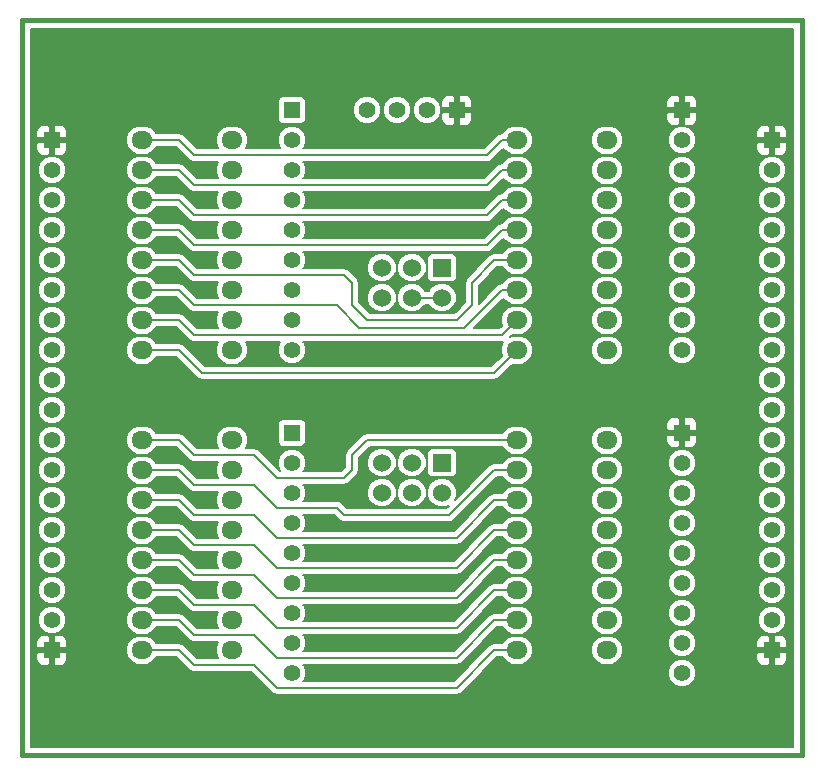
<source format=gbl>
G04 (created by PCBNEW-RS274X (2011-07-08)-stable) date Sun 02 Oct 2011 07:45:31 AM CEST*
G01*
G70*
G90*
%MOIN*%
G04 Gerber Fmt 3.4, Leading zero omitted, Abs format*
%FSLAX34Y34*%
G04 APERTURE LIST*
%ADD10C,0.006000*%
%ADD11C,0.015000*%
%ADD12R,0.060000X0.060000*%
%ADD13C,0.060000*%
%ADD14R,0.055000X0.055000*%
%ADD15C,0.055000*%
%ADD16O,0.070000X0.060000*%
%ADD17C,0.008000*%
G04 APERTURE END LIST*
G54D10*
G54D11*
X78500Y-35500D02*
X52500Y-35500D01*
X78500Y-11000D02*
X78500Y-35500D01*
X52500Y-11000D02*
X78500Y-11000D01*
X52500Y-35500D02*
X52500Y-11000D01*
G54D12*
X66500Y-25750D03*
G54D13*
X66500Y-26750D03*
X65500Y-25750D03*
X65500Y-26750D03*
X64500Y-25750D03*
X64500Y-26750D03*
G54D12*
X66500Y-19250D03*
G54D13*
X66500Y-20250D03*
X65500Y-19250D03*
X65500Y-20250D03*
X64500Y-19250D03*
X64500Y-20250D03*
G54D14*
X67000Y-14000D03*
G54D15*
X66000Y-14000D03*
X65000Y-14000D03*
X64000Y-14000D03*
G54D14*
X74500Y-24750D03*
G54D15*
X74500Y-25750D03*
X74500Y-26750D03*
X74500Y-27750D03*
X74500Y-28750D03*
X74500Y-29750D03*
X74500Y-30750D03*
X74500Y-31750D03*
X74500Y-32750D03*
G54D14*
X74500Y-14000D03*
G54D15*
X74500Y-15000D03*
X74500Y-16000D03*
X74500Y-17000D03*
X74500Y-18000D03*
X74500Y-19000D03*
X74500Y-20000D03*
X74500Y-21000D03*
X74500Y-22000D03*
G54D14*
X61500Y-24750D03*
G54D15*
X61500Y-25750D03*
X61500Y-26750D03*
X61500Y-27750D03*
X61500Y-28750D03*
X61500Y-29750D03*
X61500Y-30750D03*
X61500Y-31750D03*
X61500Y-32750D03*
G54D14*
X61500Y-14000D03*
G54D15*
X61500Y-15000D03*
X61500Y-16000D03*
X61500Y-17000D03*
X61500Y-18000D03*
X61500Y-19000D03*
X61500Y-20000D03*
X61500Y-21000D03*
X61500Y-22000D03*
G54D14*
X77500Y-32000D03*
G54D15*
X77500Y-31000D03*
X77500Y-30000D03*
X77500Y-29000D03*
X77500Y-28000D03*
X77500Y-27000D03*
X77500Y-26000D03*
X77500Y-25000D03*
X77500Y-24000D03*
G54D14*
X77500Y-15000D03*
G54D15*
X77500Y-16000D03*
X77500Y-17000D03*
X77500Y-18000D03*
X77500Y-19000D03*
X77500Y-20000D03*
X77500Y-21000D03*
X77500Y-22000D03*
X77500Y-23000D03*
G54D14*
X53500Y-32000D03*
G54D15*
X53500Y-31000D03*
X53500Y-30000D03*
X53500Y-29000D03*
X53500Y-28000D03*
X53500Y-27000D03*
X53500Y-26000D03*
X53500Y-25000D03*
X53500Y-24000D03*
G54D14*
X53500Y-15000D03*
G54D15*
X53500Y-16000D03*
X53500Y-17000D03*
X53500Y-18000D03*
X53500Y-19000D03*
X53500Y-20000D03*
X53500Y-21000D03*
X53500Y-22000D03*
X53500Y-23000D03*
G54D16*
X56500Y-25000D03*
X56500Y-26000D03*
X56500Y-27000D03*
X56500Y-28000D03*
X56500Y-29000D03*
X56500Y-30000D03*
X56500Y-31000D03*
X56500Y-32000D03*
X59500Y-32000D03*
X59500Y-31000D03*
X59500Y-30000D03*
X59500Y-29000D03*
X59500Y-28000D03*
X59500Y-27000D03*
X59500Y-26000D03*
X59500Y-25000D03*
X69000Y-25000D03*
X69000Y-26000D03*
X69000Y-27000D03*
X69000Y-28000D03*
X69000Y-29000D03*
X69000Y-30000D03*
X69000Y-31000D03*
X69000Y-32000D03*
X72000Y-32000D03*
X72000Y-31000D03*
X72000Y-30000D03*
X72000Y-29000D03*
X72000Y-28000D03*
X72000Y-27000D03*
X72000Y-26000D03*
X72000Y-25000D03*
X69000Y-15000D03*
X69000Y-16000D03*
X69000Y-17000D03*
X69000Y-18000D03*
X69000Y-19000D03*
X69000Y-20000D03*
X69000Y-21000D03*
X69000Y-22000D03*
X72000Y-22000D03*
X72000Y-21000D03*
X72000Y-20000D03*
X72000Y-19000D03*
X72000Y-18000D03*
X72000Y-17000D03*
X72000Y-16000D03*
X72000Y-15000D03*
X56500Y-15000D03*
X56500Y-16000D03*
X56500Y-17000D03*
X56500Y-18000D03*
X56500Y-19000D03*
X56500Y-20000D03*
X56500Y-21000D03*
X56500Y-22000D03*
X59500Y-22000D03*
X59500Y-21000D03*
X59500Y-20000D03*
X59500Y-19000D03*
X59500Y-18000D03*
X59500Y-17000D03*
X59500Y-16000D03*
X59500Y-15000D03*
G54D17*
X56500Y-32000D02*
X57750Y-32000D01*
X58250Y-32500D02*
X60250Y-32500D01*
X60250Y-32500D02*
X61000Y-33250D01*
X61000Y-33250D02*
X67000Y-33250D01*
X67000Y-33250D02*
X68250Y-32000D01*
X68250Y-32000D02*
X69000Y-32000D01*
X57750Y-32000D02*
X58250Y-32500D01*
X56500Y-31000D02*
X57750Y-31000D01*
X68250Y-31000D02*
X69000Y-31000D01*
X67000Y-32250D02*
X68250Y-31000D01*
X61000Y-32250D02*
X67000Y-32250D01*
X60250Y-31500D02*
X61000Y-32250D01*
X58250Y-31500D02*
X60250Y-31500D01*
X57750Y-31000D02*
X58250Y-31500D01*
X56500Y-30000D02*
X57750Y-30000D01*
X68250Y-30000D02*
X69000Y-30000D01*
X67000Y-31250D02*
X68250Y-30000D01*
X61000Y-31250D02*
X67000Y-31250D01*
X60250Y-30500D02*
X61000Y-31250D01*
X58250Y-30500D02*
X60250Y-30500D01*
X57750Y-30000D02*
X58250Y-30500D01*
X56500Y-29000D02*
X57750Y-29000D01*
X68250Y-29000D02*
X69000Y-29000D01*
X67000Y-30250D02*
X68250Y-29000D01*
X61000Y-30250D02*
X67000Y-30250D01*
X60250Y-29500D02*
X61000Y-30250D01*
X58250Y-29500D02*
X60250Y-29500D01*
X57750Y-29000D02*
X58250Y-29500D01*
X56500Y-28000D02*
X57750Y-28000D01*
X68250Y-28000D02*
X69000Y-28000D01*
X67000Y-29250D02*
X68250Y-28000D01*
X61000Y-29250D02*
X67000Y-29250D01*
X60250Y-28500D02*
X61000Y-29250D01*
X58250Y-28500D02*
X60250Y-28500D01*
X57750Y-28000D02*
X58250Y-28500D01*
X56500Y-27000D02*
X57750Y-27000D01*
X68250Y-27000D02*
X69000Y-27000D01*
X67000Y-28250D02*
X68250Y-27000D01*
X61000Y-28250D02*
X67000Y-28250D01*
X60250Y-27500D02*
X61000Y-28250D01*
X58250Y-27500D02*
X60250Y-27500D01*
X57750Y-27000D02*
X58250Y-27500D01*
X56500Y-26000D02*
X57750Y-26000D01*
X68250Y-26000D02*
X69000Y-26000D01*
X66750Y-27500D02*
X68250Y-26000D01*
X63250Y-27500D02*
X66750Y-27500D01*
X63000Y-27250D02*
X63250Y-27500D01*
X61000Y-27250D02*
X63000Y-27250D01*
X60250Y-26500D02*
X61000Y-27250D01*
X58250Y-26500D02*
X60250Y-26500D01*
X57750Y-26000D02*
X58250Y-26500D01*
X56500Y-25000D02*
X57750Y-25000D01*
X64000Y-25000D02*
X69000Y-25000D01*
X63500Y-25500D02*
X64000Y-25000D01*
X63500Y-26000D02*
X63500Y-25500D01*
X63250Y-26250D02*
X63500Y-26000D01*
X61000Y-26250D02*
X63250Y-26250D01*
X60250Y-25500D02*
X61000Y-26250D01*
X58250Y-25500D02*
X60250Y-25500D01*
X57750Y-25000D02*
X58250Y-25500D01*
X56500Y-22000D02*
X57750Y-22000D01*
X68250Y-22750D02*
X69000Y-22000D01*
X58500Y-22750D02*
X68250Y-22750D01*
X57750Y-22000D02*
X58500Y-22750D01*
X56500Y-21000D02*
X57750Y-21000D01*
X68500Y-21500D02*
X69000Y-21000D01*
X58250Y-21500D02*
X68500Y-21500D01*
X57750Y-21000D02*
X58250Y-21500D01*
X56500Y-20000D02*
X57750Y-20000D01*
X68500Y-20000D02*
X69000Y-20000D01*
X67250Y-21250D02*
X68500Y-20000D01*
X63750Y-21250D02*
X67250Y-21250D01*
X63000Y-20500D02*
X63750Y-21250D01*
X58250Y-20500D02*
X63000Y-20500D01*
X57750Y-20000D02*
X58250Y-20500D01*
X56500Y-19000D02*
X57750Y-19000D01*
X68250Y-19000D02*
X69000Y-19000D01*
X67500Y-19750D02*
X68250Y-19000D01*
X67500Y-20500D02*
X67500Y-19750D01*
X67000Y-21000D02*
X67500Y-20500D01*
X64000Y-21000D02*
X67000Y-21000D01*
X63500Y-20500D02*
X64000Y-21000D01*
X63500Y-19750D02*
X63500Y-20500D01*
X63250Y-19500D02*
X63500Y-19750D01*
X58250Y-19500D02*
X63250Y-19500D01*
X57750Y-19000D02*
X58250Y-19500D01*
X56500Y-18000D02*
X57750Y-18000D01*
X68500Y-18000D02*
X69000Y-18000D01*
X68000Y-18500D02*
X68500Y-18000D01*
X58250Y-18500D02*
X68000Y-18500D01*
X57750Y-18000D02*
X58250Y-18500D01*
X56500Y-17000D02*
X57750Y-17000D01*
X68500Y-17000D02*
X69000Y-17000D01*
X68000Y-17500D02*
X68500Y-17000D01*
X58250Y-17500D02*
X68000Y-17500D01*
X57750Y-17000D02*
X58250Y-17500D01*
X56500Y-16000D02*
X57750Y-16000D01*
X68500Y-16000D02*
X69000Y-16000D01*
X68000Y-16500D02*
X68500Y-16000D01*
X58250Y-16500D02*
X68000Y-16500D01*
X57750Y-16000D02*
X58250Y-16500D01*
X56500Y-15000D02*
X57750Y-15000D01*
X68500Y-15000D02*
X69000Y-15000D01*
X68000Y-15500D02*
X68500Y-15000D01*
X58250Y-15500D02*
X68000Y-15500D01*
X57750Y-15000D02*
X58250Y-15500D01*
X76000Y-30500D02*
X76000Y-31500D01*
X76000Y-25250D02*
X76000Y-30500D01*
X76000Y-24750D02*
X76000Y-25250D01*
X76500Y-32000D02*
X77500Y-32000D01*
X76000Y-31500D02*
X76500Y-32000D01*
X66000Y-13000D02*
X66750Y-13000D01*
X54500Y-13000D02*
X66000Y-13000D01*
X53500Y-14000D02*
X54500Y-13000D01*
X53500Y-15000D02*
X53500Y-14000D01*
X67000Y-13250D02*
X67000Y-14000D01*
X66750Y-13000D02*
X67000Y-13250D01*
X76000Y-16500D02*
X76000Y-15500D01*
X76000Y-24750D02*
X76000Y-16500D01*
X76500Y-15000D02*
X77500Y-15000D01*
X76000Y-15500D02*
X76500Y-15000D01*
X76500Y-14000D02*
X77250Y-14000D01*
X77250Y-14000D02*
X77500Y-14250D01*
X77500Y-14250D02*
X77500Y-15000D01*
X74500Y-14000D02*
X76500Y-14000D01*
X53500Y-15000D02*
X54500Y-15000D01*
X54500Y-32000D02*
X55000Y-31500D01*
X55000Y-31500D02*
X55000Y-16500D01*
X54500Y-32000D02*
X53500Y-32000D01*
X55000Y-15500D02*
X55000Y-16500D01*
X54500Y-15000D02*
X55000Y-15500D01*
X74500Y-24750D02*
X76000Y-24750D01*
X53500Y-32000D02*
X53500Y-33500D01*
X77500Y-33750D02*
X77500Y-32000D01*
X76750Y-34500D02*
X77500Y-33750D01*
X54500Y-34500D02*
X76750Y-34500D01*
X53500Y-33500D02*
X54500Y-34500D01*
X67000Y-14000D02*
X73250Y-14000D01*
X73250Y-14000D02*
X74500Y-14000D01*
X65500Y-20250D02*
X66500Y-20250D01*
G54D10*
G36*
X78210Y-35210D02*
X78015Y-35210D01*
X78015Y-32120D01*
X78015Y-31880D01*
X78015Y-15120D01*
X78015Y-14880D01*
X78014Y-14678D01*
X77978Y-14590D01*
X77911Y-14523D01*
X77823Y-14486D01*
X77728Y-14486D01*
X77620Y-14485D01*
X77560Y-14545D01*
X77560Y-14940D01*
X77955Y-14940D01*
X78015Y-14880D01*
X78015Y-15120D01*
X77955Y-15060D01*
X77560Y-15060D01*
X77560Y-15455D01*
X77620Y-15515D01*
X77728Y-15514D01*
X77823Y-15514D01*
X77911Y-15477D01*
X77978Y-15410D01*
X78014Y-15322D01*
X78015Y-15120D01*
X78015Y-31880D01*
X78014Y-31678D01*
X77978Y-31590D01*
X77965Y-31577D01*
X77965Y-31093D01*
X77965Y-30908D01*
X77965Y-30093D01*
X77965Y-29908D01*
X77965Y-29093D01*
X77965Y-28908D01*
X77965Y-28093D01*
X77965Y-27908D01*
X77965Y-27093D01*
X77965Y-26908D01*
X77965Y-26093D01*
X77965Y-25908D01*
X77965Y-25093D01*
X77965Y-24908D01*
X77965Y-24093D01*
X77965Y-23908D01*
X77965Y-23093D01*
X77965Y-22908D01*
X77965Y-22093D01*
X77965Y-21908D01*
X77965Y-21093D01*
X77965Y-20908D01*
X77965Y-20093D01*
X77965Y-19908D01*
X77965Y-19093D01*
X77965Y-18908D01*
X77965Y-18093D01*
X77965Y-17908D01*
X77965Y-17093D01*
X77965Y-16908D01*
X77965Y-16093D01*
X77965Y-15908D01*
X77894Y-15737D01*
X77764Y-15606D01*
X77593Y-15535D01*
X77440Y-15535D01*
X77440Y-15455D01*
X77440Y-15060D01*
X77440Y-14940D01*
X77440Y-14545D01*
X77380Y-14485D01*
X77272Y-14486D01*
X77177Y-14486D01*
X77089Y-14523D01*
X77022Y-14590D01*
X76986Y-14678D01*
X76985Y-14880D01*
X77045Y-14940D01*
X77440Y-14940D01*
X77440Y-15060D01*
X77045Y-15060D01*
X76985Y-15120D01*
X76986Y-15322D01*
X77022Y-15410D01*
X77089Y-15477D01*
X77177Y-15514D01*
X77272Y-15514D01*
X77380Y-15515D01*
X77440Y-15455D01*
X77440Y-15535D01*
X77408Y-15535D01*
X77237Y-15606D01*
X77106Y-15736D01*
X77035Y-15907D01*
X77035Y-16092D01*
X77106Y-16263D01*
X77236Y-16394D01*
X77407Y-16465D01*
X77592Y-16465D01*
X77763Y-16394D01*
X77894Y-16264D01*
X77965Y-16093D01*
X77965Y-16908D01*
X77894Y-16737D01*
X77764Y-16606D01*
X77593Y-16535D01*
X77408Y-16535D01*
X77237Y-16606D01*
X77106Y-16736D01*
X77035Y-16907D01*
X77035Y-17092D01*
X77106Y-17263D01*
X77236Y-17394D01*
X77407Y-17465D01*
X77592Y-17465D01*
X77763Y-17394D01*
X77894Y-17264D01*
X77965Y-17093D01*
X77965Y-17908D01*
X77894Y-17737D01*
X77764Y-17606D01*
X77593Y-17535D01*
X77408Y-17535D01*
X77237Y-17606D01*
X77106Y-17736D01*
X77035Y-17907D01*
X77035Y-18092D01*
X77106Y-18263D01*
X77236Y-18394D01*
X77407Y-18465D01*
X77592Y-18465D01*
X77763Y-18394D01*
X77894Y-18264D01*
X77965Y-18093D01*
X77965Y-18908D01*
X77894Y-18737D01*
X77764Y-18606D01*
X77593Y-18535D01*
X77408Y-18535D01*
X77237Y-18606D01*
X77106Y-18736D01*
X77035Y-18907D01*
X77035Y-19092D01*
X77106Y-19263D01*
X77236Y-19394D01*
X77407Y-19465D01*
X77592Y-19465D01*
X77763Y-19394D01*
X77894Y-19264D01*
X77965Y-19093D01*
X77965Y-19908D01*
X77894Y-19737D01*
X77764Y-19606D01*
X77593Y-19535D01*
X77408Y-19535D01*
X77237Y-19606D01*
X77106Y-19736D01*
X77035Y-19907D01*
X77035Y-20092D01*
X77106Y-20263D01*
X77236Y-20394D01*
X77407Y-20465D01*
X77592Y-20465D01*
X77763Y-20394D01*
X77894Y-20264D01*
X77965Y-20093D01*
X77965Y-20908D01*
X77894Y-20737D01*
X77764Y-20606D01*
X77593Y-20535D01*
X77408Y-20535D01*
X77237Y-20606D01*
X77106Y-20736D01*
X77035Y-20907D01*
X77035Y-21092D01*
X77106Y-21263D01*
X77236Y-21394D01*
X77407Y-21465D01*
X77592Y-21465D01*
X77763Y-21394D01*
X77894Y-21264D01*
X77965Y-21093D01*
X77965Y-21908D01*
X77894Y-21737D01*
X77764Y-21606D01*
X77593Y-21535D01*
X77408Y-21535D01*
X77237Y-21606D01*
X77106Y-21736D01*
X77035Y-21907D01*
X77035Y-22092D01*
X77106Y-22263D01*
X77236Y-22394D01*
X77407Y-22465D01*
X77592Y-22465D01*
X77763Y-22394D01*
X77894Y-22264D01*
X77965Y-22093D01*
X77965Y-22908D01*
X77894Y-22737D01*
X77764Y-22606D01*
X77593Y-22535D01*
X77408Y-22535D01*
X77237Y-22606D01*
X77106Y-22736D01*
X77035Y-22907D01*
X77035Y-23092D01*
X77106Y-23263D01*
X77236Y-23394D01*
X77407Y-23465D01*
X77592Y-23465D01*
X77763Y-23394D01*
X77894Y-23264D01*
X77965Y-23093D01*
X77965Y-23908D01*
X77894Y-23737D01*
X77764Y-23606D01*
X77593Y-23535D01*
X77408Y-23535D01*
X77237Y-23606D01*
X77106Y-23736D01*
X77035Y-23907D01*
X77035Y-24092D01*
X77106Y-24263D01*
X77236Y-24394D01*
X77407Y-24465D01*
X77592Y-24465D01*
X77763Y-24394D01*
X77894Y-24264D01*
X77965Y-24093D01*
X77965Y-24908D01*
X77894Y-24737D01*
X77764Y-24606D01*
X77593Y-24535D01*
X77408Y-24535D01*
X77237Y-24606D01*
X77106Y-24736D01*
X77035Y-24907D01*
X77035Y-25092D01*
X77106Y-25263D01*
X77236Y-25394D01*
X77407Y-25465D01*
X77592Y-25465D01*
X77763Y-25394D01*
X77894Y-25264D01*
X77965Y-25093D01*
X77965Y-25908D01*
X77894Y-25737D01*
X77764Y-25606D01*
X77593Y-25535D01*
X77408Y-25535D01*
X77237Y-25606D01*
X77106Y-25736D01*
X77035Y-25907D01*
X77035Y-26092D01*
X77106Y-26263D01*
X77236Y-26394D01*
X77407Y-26465D01*
X77592Y-26465D01*
X77763Y-26394D01*
X77894Y-26264D01*
X77965Y-26093D01*
X77965Y-26908D01*
X77894Y-26737D01*
X77764Y-26606D01*
X77593Y-26535D01*
X77408Y-26535D01*
X77237Y-26606D01*
X77106Y-26736D01*
X77035Y-26907D01*
X77035Y-27092D01*
X77106Y-27263D01*
X77236Y-27394D01*
X77407Y-27465D01*
X77592Y-27465D01*
X77763Y-27394D01*
X77894Y-27264D01*
X77965Y-27093D01*
X77965Y-27908D01*
X77894Y-27737D01*
X77764Y-27606D01*
X77593Y-27535D01*
X77408Y-27535D01*
X77237Y-27606D01*
X77106Y-27736D01*
X77035Y-27907D01*
X77035Y-28092D01*
X77106Y-28263D01*
X77236Y-28394D01*
X77407Y-28465D01*
X77592Y-28465D01*
X77763Y-28394D01*
X77894Y-28264D01*
X77965Y-28093D01*
X77965Y-28908D01*
X77894Y-28737D01*
X77764Y-28606D01*
X77593Y-28535D01*
X77408Y-28535D01*
X77237Y-28606D01*
X77106Y-28736D01*
X77035Y-28907D01*
X77035Y-29092D01*
X77106Y-29263D01*
X77236Y-29394D01*
X77407Y-29465D01*
X77592Y-29465D01*
X77763Y-29394D01*
X77894Y-29264D01*
X77965Y-29093D01*
X77965Y-29908D01*
X77894Y-29737D01*
X77764Y-29606D01*
X77593Y-29535D01*
X77408Y-29535D01*
X77237Y-29606D01*
X77106Y-29736D01*
X77035Y-29907D01*
X77035Y-30092D01*
X77106Y-30263D01*
X77236Y-30394D01*
X77407Y-30465D01*
X77592Y-30465D01*
X77763Y-30394D01*
X77894Y-30264D01*
X77965Y-30093D01*
X77965Y-30908D01*
X77894Y-30737D01*
X77764Y-30606D01*
X77593Y-30535D01*
X77408Y-30535D01*
X77237Y-30606D01*
X77106Y-30736D01*
X77035Y-30907D01*
X77035Y-31092D01*
X77106Y-31263D01*
X77236Y-31394D01*
X77407Y-31465D01*
X77592Y-31465D01*
X77763Y-31394D01*
X77894Y-31264D01*
X77965Y-31093D01*
X77965Y-31577D01*
X77911Y-31523D01*
X77823Y-31486D01*
X77728Y-31486D01*
X77620Y-31485D01*
X77560Y-31545D01*
X77560Y-31940D01*
X77955Y-31940D01*
X78015Y-31880D01*
X78015Y-32120D01*
X77955Y-32060D01*
X77560Y-32060D01*
X77560Y-32455D01*
X77620Y-32515D01*
X77728Y-32514D01*
X77823Y-32514D01*
X77911Y-32477D01*
X77978Y-32410D01*
X78014Y-32322D01*
X78015Y-32120D01*
X78015Y-35210D01*
X77440Y-35210D01*
X77440Y-32455D01*
X77440Y-32060D01*
X77440Y-31940D01*
X77440Y-31545D01*
X77380Y-31485D01*
X77272Y-31486D01*
X77177Y-31486D01*
X77089Y-31523D01*
X77022Y-31590D01*
X76986Y-31678D01*
X76985Y-31880D01*
X77045Y-31940D01*
X77440Y-31940D01*
X77440Y-32060D01*
X77045Y-32060D01*
X76985Y-32120D01*
X76986Y-32322D01*
X77022Y-32410D01*
X77089Y-32477D01*
X77177Y-32514D01*
X77272Y-32514D01*
X77380Y-32515D01*
X77440Y-32455D01*
X77440Y-35210D01*
X75015Y-35210D01*
X75015Y-24870D01*
X75015Y-24630D01*
X75015Y-14120D01*
X75015Y-13880D01*
X75014Y-13678D01*
X74978Y-13590D01*
X74911Y-13523D01*
X74823Y-13486D01*
X74728Y-13486D01*
X74620Y-13485D01*
X74560Y-13545D01*
X74560Y-13940D01*
X74955Y-13940D01*
X75015Y-13880D01*
X75015Y-14120D01*
X74955Y-14060D01*
X74560Y-14060D01*
X74560Y-14455D01*
X74620Y-14515D01*
X74728Y-14514D01*
X74823Y-14514D01*
X74911Y-14477D01*
X74978Y-14410D01*
X75014Y-14322D01*
X75015Y-14120D01*
X75015Y-24630D01*
X75014Y-24428D01*
X74978Y-24340D01*
X74965Y-24327D01*
X74965Y-22093D01*
X74965Y-21908D01*
X74965Y-21093D01*
X74965Y-20908D01*
X74965Y-20093D01*
X74965Y-19908D01*
X74965Y-19093D01*
X74965Y-18908D01*
X74965Y-18093D01*
X74965Y-17908D01*
X74965Y-17093D01*
X74965Y-16908D01*
X74965Y-16093D01*
X74965Y-15908D01*
X74965Y-15093D01*
X74965Y-14908D01*
X74894Y-14737D01*
X74764Y-14606D01*
X74593Y-14535D01*
X74440Y-14535D01*
X74440Y-14455D01*
X74440Y-14060D01*
X74440Y-13940D01*
X74440Y-13545D01*
X74380Y-13485D01*
X74272Y-13486D01*
X74177Y-13486D01*
X74089Y-13523D01*
X74022Y-13590D01*
X73986Y-13678D01*
X73985Y-13880D01*
X74045Y-13940D01*
X74440Y-13940D01*
X74440Y-14060D01*
X74045Y-14060D01*
X73985Y-14120D01*
X73986Y-14322D01*
X74022Y-14410D01*
X74089Y-14477D01*
X74177Y-14514D01*
X74272Y-14514D01*
X74380Y-14515D01*
X74440Y-14455D01*
X74440Y-14535D01*
X74408Y-14535D01*
X74237Y-14606D01*
X74106Y-14736D01*
X74035Y-14907D01*
X74035Y-15092D01*
X74106Y-15263D01*
X74236Y-15394D01*
X74407Y-15465D01*
X74592Y-15465D01*
X74763Y-15394D01*
X74894Y-15264D01*
X74965Y-15093D01*
X74965Y-15908D01*
X74894Y-15737D01*
X74764Y-15606D01*
X74593Y-15535D01*
X74408Y-15535D01*
X74237Y-15606D01*
X74106Y-15736D01*
X74035Y-15907D01*
X74035Y-16092D01*
X74106Y-16263D01*
X74236Y-16394D01*
X74407Y-16465D01*
X74592Y-16465D01*
X74763Y-16394D01*
X74894Y-16264D01*
X74965Y-16093D01*
X74965Y-16908D01*
X74894Y-16737D01*
X74764Y-16606D01*
X74593Y-16535D01*
X74408Y-16535D01*
X74237Y-16606D01*
X74106Y-16736D01*
X74035Y-16907D01*
X74035Y-17092D01*
X74106Y-17263D01*
X74236Y-17394D01*
X74407Y-17465D01*
X74592Y-17465D01*
X74763Y-17394D01*
X74894Y-17264D01*
X74965Y-17093D01*
X74965Y-17908D01*
X74894Y-17737D01*
X74764Y-17606D01*
X74593Y-17535D01*
X74408Y-17535D01*
X74237Y-17606D01*
X74106Y-17736D01*
X74035Y-17907D01*
X74035Y-18092D01*
X74106Y-18263D01*
X74236Y-18394D01*
X74407Y-18465D01*
X74592Y-18465D01*
X74763Y-18394D01*
X74894Y-18264D01*
X74965Y-18093D01*
X74965Y-18908D01*
X74894Y-18737D01*
X74764Y-18606D01*
X74593Y-18535D01*
X74408Y-18535D01*
X74237Y-18606D01*
X74106Y-18736D01*
X74035Y-18907D01*
X74035Y-19092D01*
X74106Y-19263D01*
X74236Y-19394D01*
X74407Y-19465D01*
X74592Y-19465D01*
X74763Y-19394D01*
X74894Y-19264D01*
X74965Y-19093D01*
X74965Y-19908D01*
X74894Y-19737D01*
X74764Y-19606D01*
X74593Y-19535D01*
X74408Y-19535D01*
X74237Y-19606D01*
X74106Y-19736D01*
X74035Y-19907D01*
X74035Y-20092D01*
X74106Y-20263D01*
X74236Y-20394D01*
X74407Y-20465D01*
X74592Y-20465D01*
X74763Y-20394D01*
X74894Y-20264D01*
X74965Y-20093D01*
X74965Y-20908D01*
X74894Y-20737D01*
X74764Y-20606D01*
X74593Y-20535D01*
X74408Y-20535D01*
X74237Y-20606D01*
X74106Y-20736D01*
X74035Y-20907D01*
X74035Y-21092D01*
X74106Y-21263D01*
X74236Y-21394D01*
X74407Y-21465D01*
X74592Y-21465D01*
X74763Y-21394D01*
X74894Y-21264D01*
X74965Y-21093D01*
X74965Y-21908D01*
X74894Y-21737D01*
X74764Y-21606D01*
X74593Y-21535D01*
X74408Y-21535D01*
X74237Y-21606D01*
X74106Y-21736D01*
X74035Y-21907D01*
X74035Y-22092D01*
X74106Y-22263D01*
X74236Y-22394D01*
X74407Y-22465D01*
X74592Y-22465D01*
X74763Y-22394D01*
X74894Y-22264D01*
X74965Y-22093D01*
X74965Y-24327D01*
X74911Y-24273D01*
X74823Y-24236D01*
X74728Y-24236D01*
X74620Y-24235D01*
X74560Y-24295D01*
X74560Y-24690D01*
X74955Y-24690D01*
X75015Y-24630D01*
X75015Y-24870D01*
X74955Y-24810D01*
X74560Y-24810D01*
X74560Y-25205D01*
X74620Y-25265D01*
X74728Y-25264D01*
X74823Y-25264D01*
X74911Y-25227D01*
X74978Y-25160D01*
X75014Y-25072D01*
X75015Y-24870D01*
X75015Y-35210D01*
X74965Y-35210D01*
X74965Y-32843D01*
X74965Y-32658D01*
X74965Y-31843D01*
X74965Y-31658D01*
X74965Y-30843D01*
X74965Y-30658D01*
X74965Y-29843D01*
X74965Y-29658D01*
X74965Y-28843D01*
X74965Y-28658D01*
X74965Y-27843D01*
X74965Y-27658D01*
X74965Y-26843D01*
X74965Y-26658D01*
X74965Y-25843D01*
X74965Y-25658D01*
X74894Y-25487D01*
X74764Y-25356D01*
X74593Y-25285D01*
X74440Y-25285D01*
X74440Y-25205D01*
X74440Y-24810D01*
X74440Y-24690D01*
X74440Y-24295D01*
X74380Y-24235D01*
X74272Y-24236D01*
X74177Y-24236D01*
X74089Y-24273D01*
X74022Y-24340D01*
X73986Y-24428D01*
X73985Y-24630D01*
X74045Y-24690D01*
X74440Y-24690D01*
X74440Y-24810D01*
X74045Y-24810D01*
X73985Y-24870D01*
X73986Y-25072D01*
X74022Y-25160D01*
X74089Y-25227D01*
X74177Y-25264D01*
X74272Y-25264D01*
X74380Y-25265D01*
X74440Y-25205D01*
X74440Y-25285D01*
X74408Y-25285D01*
X74237Y-25356D01*
X74106Y-25486D01*
X74035Y-25657D01*
X74035Y-25842D01*
X74106Y-26013D01*
X74236Y-26144D01*
X74407Y-26215D01*
X74592Y-26215D01*
X74763Y-26144D01*
X74894Y-26014D01*
X74965Y-25843D01*
X74965Y-26658D01*
X74894Y-26487D01*
X74764Y-26356D01*
X74593Y-26285D01*
X74408Y-26285D01*
X74237Y-26356D01*
X74106Y-26486D01*
X74035Y-26657D01*
X74035Y-26842D01*
X74106Y-27013D01*
X74236Y-27144D01*
X74407Y-27215D01*
X74592Y-27215D01*
X74763Y-27144D01*
X74894Y-27014D01*
X74965Y-26843D01*
X74965Y-27658D01*
X74894Y-27487D01*
X74764Y-27356D01*
X74593Y-27285D01*
X74408Y-27285D01*
X74237Y-27356D01*
X74106Y-27486D01*
X74035Y-27657D01*
X74035Y-27842D01*
X74106Y-28013D01*
X74236Y-28144D01*
X74407Y-28215D01*
X74592Y-28215D01*
X74763Y-28144D01*
X74894Y-28014D01*
X74965Y-27843D01*
X74965Y-28658D01*
X74894Y-28487D01*
X74764Y-28356D01*
X74593Y-28285D01*
X74408Y-28285D01*
X74237Y-28356D01*
X74106Y-28486D01*
X74035Y-28657D01*
X74035Y-28842D01*
X74106Y-29013D01*
X74236Y-29144D01*
X74407Y-29215D01*
X74592Y-29215D01*
X74763Y-29144D01*
X74894Y-29014D01*
X74965Y-28843D01*
X74965Y-29658D01*
X74894Y-29487D01*
X74764Y-29356D01*
X74593Y-29285D01*
X74408Y-29285D01*
X74237Y-29356D01*
X74106Y-29486D01*
X74035Y-29657D01*
X74035Y-29842D01*
X74106Y-30013D01*
X74236Y-30144D01*
X74407Y-30215D01*
X74592Y-30215D01*
X74763Y-30144D01*
X74894Y-30014D01*
X74965Y-29843D01*
X74965Y-30658D01*
X74894Y-30487D01*
X74764Y-30356D01*
X74593Y-30285D01*
X74408Y-30285D01*
X74237Y-30356D01*
X74106Y-30486D01*
X74035Y-30657D01*
X74035Y-30842D01*
X74106Y-31013D01*
X74236Y-31144D01*
X74407Y-31215D01*
X74592Y-31215D01*
X74763Y-31144D01*
X74894Y-31014D01*
X74965Y-30843D01*
X74965Y-31658D01*
X74894Y-31487D01*
X74764Y-31356D01*
X74593Y-31285D01*
X74408Y-31285D01*
X74237Y-31356D01*
X74106Y-31486D01*
X74035Y-31657D01*
X74035Y-31842D01*
X74106Y-32013D01*
X74236Y-32144D01*
X74407Y-32215D01*
X74592Y-32215D01*
X74763Y-32144D01*
X74894Y-32014D01*
X74965Y-31843D01*
X74965Y-32658D01*
X74894Y-32487D01*
X74764Y-32356D01*
X74593Y-32285D01*
X74408Y-32285D01*
X74237Y-32356D01*
X74106Y-32486D01*
X74035Y-32657D01*
X74035Y-32842D01*
X74106Y-33013D01*
X74236Y-33144D01*
X74407Y-33215D01*
X74592Y-33215D01*
X74763Y-33144D01*
X74894Y-33014D01*
X74965Y-32843D01*
X74965Y-35210D01*
X72541Y-35210D01*
X72541Y-32096D01*
X72541Y-31905D01*
X72541Y-31096D01*
X72541Y-30905D01*
X72541Y-30096D01*
X72541Y-29905D01*
X72541Y-29096D01*
X72541Y-28905D01*
X72541Y-28096D01*
X72541Y-27905D01*
X72541Y-27096D01*
X72541Y-26905D01*
X72541Y-26096D01*
X72541Y-25905D01*
X72541Y-25096D01*
X72541Y-24905D01*
X72541Y-22096D01*
X72541Y-21905D01*
X72541Y-21096D01*
X72541Y-20905D01*
X72541Y-20096D01*
X72541Y-19905D01*
X72541Y-19096D01*
X72541Y-18905D01*
X72541Y-18096D01*
X72541Y-17905D01*
X72541Y-17096D01*
X72541Y-16905D01*
X72541Y-16096D01*
X72541Y-15905D01*
X72541Y-15096D01*
X72541Y-14905D01*
X72468Y-14728D01*
X72333Y-14593D01*
X72156Y-14519D01*
X71965Y-14519D01*
X71845Y-14519D01*
X71668Y-14592D01*
X71533Y-14727D01*
X71459Y-14904D01*
X71459Y-15095D01*
X71532Y-15272D01*
X71667Y-15407D01*
X71844Y-15481D01*
X72035Y-15481D01*
X72155Y-15481D01*
X72332Y-15408D01*
X72467Y-15273D01*
X72541Y-15096D01*
X72541Y-15905D01*
X72468Y-15728D01*
X72333Y-15593D01*
X72156Y-15519D01*
X71965Y-15519D01*
X71845Y-15519D01*
X71668Y-15592D01*
X71533Y-15727D01*
X71459Y-15904D01*
X71459Y-16095D01*
X71532Y-16272D01*
X71667Y-16407D01*
X71844Y-16481D01*
X72035Y-16481D01*
X72155Y-16481D01*
X72332Y-16408D01*
X72467Y-16273D01*
X72541Y-16096D01*
X72541Y-16905D01*
X72468Y-16728D01*
X72333Y-16593D01*
X72156Y-16519D01*
X71965Y-16519D01*
X71845Y-16519D01*
X71668Y-16592D01*
X71533Y-16727D01*
X71459Y-16904D01*
X71459Y-17095D01*
X71532Y-17272D01*
X71667Y-17407D01*
X71844Y-17481D01*
X72035Y-17481D01*
X72155Y-17481D01*
X72332Y-17408D01*
X72467Y-17273D01*
X72541Y-17096D01*
X72541Y-17905D01*
X72468Y-17728D01*
X72333Y-17593D01*
X72156Y-17519D01*
X71965Y-17519D01*
X71845Y-17519D01*
X71668Y-17592D01*
X71533Y-17727D01*
X71459Y-17904D01*
X71459Y-18095D01*
X71532Y-18272D01*
X71667Y-18407D01*
X71844Y-18481D01*
X72035Y-18481D01*
X72155Y-18481D01*
X72332Y-18408D01*
X72467Y-18273D01*
X72541Y-18096D01*
X72541Y-18905D01*
X72468Y-18728D01*
X72333Y-18593D01*
X72156Y-18519D01*
X71965Y-18519D01*
X71845Y-18519D01*
X71668Y-18592D01*
X71533Y-18727D01*
X71459Y-18904D01*
X71459Y-19095D01*
X71532Y-19272D01*
X71667Y-19407D01*
X71844Y-19481D01*
X72035Y-19481D01*
X72155Y-19481D01*
X72332Y-19408D01*
X72467Y-19273D01*
X72541Y-19096D01*
X72541Y-19905D01*
X72468Y-19728D01*
X72333Y-19593D01*
X72156Y-19519D01*
X71965Y-19519D01*
X71845Y-19519D01*
X71668Y-19592D01*
X71533Y-19727D01*
X71459Y-19904D01*
X71459Y-20095D01*
X71532Y-20272D01*
X71667Y-20407D01*
X71844Y-20481D01*
X72035Y-20481D01*
X72155Y-20481D01*
X72332Y-20408D01*
X72467Y-20273D01*
X72541Y-20096D01*
X72541Y-20905D01*
X72468Y-20728D01*
X72333Y-20593D01*
X72156Y-20519D01*
X71965Y-20519D01*
X71845Y-20519D01*
X71668Y-20592D01*
X71533Y-20727D01*
X71459Y-20904D01*
X71459Y-21095D01*
X71532Y-21272D01*
X71667Y-21407D01*
X71844Y-21481D01*
X72035Y-21481D01*
X72155Y-21481D01*
X72332Y-21408D01*
X72467Y-21273D01*
X72541Y-21096D01*
X72541Y-21905D01*
X72468Y-21728D01*
X72333Y-21593D01*
X72156Y-21519D01*
X71965Y-21519D01*
X71845Y-21519D01*
X71668Y-21592D01*
X71533Y-21727D01*
X71459Y-21904D01*
X71459Y-22095D01*
X71532Y-22272D01*
X71667Y-22407D01*
X71844Y-22481D01*
X72035Y-22481D01*
X72155Y-22481D01*
X72332Y-22408D01*
X72467Y-22273D01*
X72541Y-22096D01*
X72541Y-24905D01*
X72468Y-24728D01*
X72333Y-24593D01*
X72156Y-24519D01*
X71965Y-24519D01*
X71845Y-24519D01*
X71668Y-24592D01*
X71533Y-24727D01*
X71459Y-24904D01*
X71459Y-25095D01*
X71532Y-25272D01*
X71667Y-25407D01*
X71844Y-25481D01*
X72035Y-25481D01*
X72155Y-25481D01*
X72332Y-25408D01*
X72467Y-25273D01*
X72541Y-25096D01*
X72541Y-25905D01*
X72468Y-25728D01*
X72333Y-25593D01*
X72156Y-25519D01*
X71965Y-25519D01*
X71845Y-25519D01*
X71668Y-25592D01*
X71533Y-25727D01*
X71459Y-25904D01*
X71459Y-26095D01*
X71532Y-26272D01*
X71667Y-26407D01*
X71844Y-26481D01*
X72035Y-26481D01*
X72155Y-26481D01*
X72332Y-26408D01*
X72467Y-26273D01*
X72541Y-26096D01*
X72541Y-26905D01*
X72468Y-26728D01*
X72333Y-26593D01*
X72156Y-26519D01*
X71965Y-26519D01*
X71845Y-26519D01*
X71668Y-26592D01*
X71533Y-26727D01*
X71459Y-26904D01*
X71459Y-27095D01*
X71532Y-27272D01*
X71667Y-27407D01*
X71844Y-27481D01*
X72035Y-27481D01*
X72155Y-27481D01*
X72332Y-27408D01*
X72467Y-27273D01*
X72541Y-27096D01*
X72541Y-27905D01*
X72468Y-27728D01*
X72333Y-27593D01*
X72156Y-27519D01*
X71965Y-27519D01*
X71845Y-27519D01*
X71668Y-27592D01*
X71533Y-27727D01*
X71459Y-27904D01*
X71459Y-28095D01*
X71532Y-28272D01*
X71667Y-28407D01*
X71844Y-28481D01*
X72035Y-28481D01*
X72155Y-28481D01*
X72332Y-28408D01*
X72467Y-28273D01*
X72541Y-28096D01*
X72541Y-28905D01*
X72468Y-28728D01*
X72333Y-28593D01*
X72156Y-28519D01*
X71965Y-28519D01*
X71845Y-28519D01*
X71668Y-28592D01*
X71533Y-28727D01*
X71459Y-28904D01*
X71459Y-29095D01*
X71532Y-29272D01*
X71667Y-29407D01*
X71844Y-29481D01*
X72035Y-29481D01*
X72155Y-29481D01*
X72332Y-29408D01*
X72467Y-29273D01*
X72541Y-29096D01*
X72541Y-29905D01*
X72468Y-29728D01*
X72333Y-29593D01*
X72156Y-29519D01*
X71965Y-29519D01*
X71845Y-29519D01*
X71668Y-29592D01*
X71533Y-29727D01*
X71459Y-29904D01*
X71459Y-30095D01*
X71532Y-30272D01*
X71667Y-30407D01*
X71844Y-30481D01*
X72035Y-30481D01*
X72155Y-30481D01*
X72332Y-30408D01*
X72467Y-30273D01*
X72541Y-30096D01*
X72541Y-30905D01*
X72468Y-30728D01*
X72333Y-30593D01*
X72156Y-30519D01*
X71965Y-30519D01*
X71845Y-30519D01*
X71668Y-30592D01*
X71533Y-30727D01*
X71459Y-30904D01*
X71459Y-31095D01*
X71532Y-31272D01*
X71667Y-31407D01*
X71844Y-31481D01*
X72035Y-31481D01*
X72155Y-31481D01*
X72332Y-31408D01*
X72467Y-31273D01*
X72541Y-31096D01*
X72541Y-31905D01*
X72468Y-31728D01*
X72333Y-31593D01*
X72156Y-31519D01*
X71965Y-31519D01*
X71845Y-31519D01*
X71668Y-31592D01*
X71533Y-31727D01*
X71459Y-31904D01*
X71459Y-32095D01*
X71532Y-32272D01*
X71667Y-32407D01*
X71844Y-32481D01*
X72035Y-32481D01*
X72155Y-32481D01*
X72332Y-32408D01*
X72467Y-32273D01*
X72541Y-32096D01*
X72541Y-35210D01*
X69541Y-35210D01*
X69541Y-32096D01*
X69541Y-31905D01*
X69468Y-31728D01*
X69333Y-31593D01*
X69156Y-31519D01*
X68965Y-31519D01*
X68845Y-31519D01*
X68668Y-31592D01*
X68533Y-31727D01*
X68515Y-31770D01*
X68250Y-31770D01*
X68249Y-31770D01*
X68162Y-31788D01*
X68087Y-31837D01*
X68085Y-31839D01*
X66904Y-33020D01*
X61887Y-33020D01*
X61894Y-33014D01*
X61965Y-32843D01*
X61965Y-32658D01*
X61894Y-32487D01*
X61887Y-32480D01*
X66995Y-32480D01*
X67000Y-32481D01*
X67000Y-32480D01*
X67088Y-32462D01*
X67163Y-32413D01*
X68345Y-31230D01*
X68514Y-31230D01*
X68532Y-31272D01*
X68667Y-31407D01*
X68844Y-31481D01*
X69035Y-31481D01*
X69155Y-31481D01*
X69332Y-31408D01*
X69467Y-31273D01*
X69541Y-31096D01*
X69541Y-30905D01*
X69468Y-30728D01*
X69333Y-30593D01*
X69156Y-30519D01*
X68965Y-30519D01*
X68845Y-30519D01*
X68668Y-30592D01*
X68533Y-30727D01*
X68515Y-30770D01*
X68250Y-30770D01*
X68249Y-30770D01*
X68162Y-30788D01*
X68087Y-30837D01*
X68085Y-30839D01*
X66904Y-32020D01*
X61887Y-32020D01*
X61894Y-32014D01*
X61965Y-31843D01*
X61965Y-31658D01*
X61894Y-31487D01*
X61887Y-31480D01*
X66995Y-31480D01*
X67000Y-31481D01*
X67000Y-31480D01*
X67088Y-31462D01*
X67163Y-31413D01*
X68345Y-30230D01*
X68514Y-30230D01*
X68532Y-30272D01*
X68667Y-30407D01*
X68844Y-30481D01*
X69035Y-30481D01*
X69155Y-30481D01*
X69332Y-30408D01*
X69467Y-30273D01*
X69541Y-30096D01*
X69541Y-29905D01*
X69468Y-29728D01*
X69333Y-29593D01*
X69156Y-29519D01*
X68965Y-29519D01*
X68845Y-29519D01*
X68668Y-29592D01*
X68533Y-29727D01*
X68515Y-29770D01*
X68250Y-29770D01*
X68249Y-29770D01*
X68162Y-29788D01*
X68087Y-29837D01*
X68085Y-29839D01*
X66904Y-31020D01*
X61887Y-31020D01*
X61894Y-31014D01*
X61965Y-30843D01*
X61965Y-30658D01*
X61894Y-30487D01*
X61887Y-30480D01*
X66995Y-30480D01*
X67000Y-30481D01*
X67000Y-30480D01*
X67088Y-30462D01*
X67163Y-30413D01*
X68345Y-29230D01*
X68514Y-29230D01*
X68532Y-29272D01*
X68667Y-29407D01*
X68844Y-29481D01*
X69035Y-29481D01*
X69155Y-29481D01*
X69332Y-29408D01*
X69467Y-29273D01*
X69541Y-29096D01*
X69541Y-28905D01*
X69468Y-28728D01*
X69333Y-28593D01*
X69156Y-28519D01*
X68965Y-28519D01*
X68845Y-28519D01*
X68668Y-28592D01*
X68533Y-28727D01*
X68515Y-28770D01*
X68250Y-28770D01*
X68249Y-28770D01*
X68162Y-28788D01*
X68087Y-28837D01*
X68085Y-28839D01*
X66904Y-30020D01*
X61887Y-30020D01*
X61894Y-30014D01*
X61965Y-29843D01*
X61965Y-29658D01*
X61894Y-29487D01*
X61887Y-29480D01*
X66995Y-29480D01*
X67000Y-29481D01*
X67000Y-29480D01*
X67088Y-29462D01*
X67163Y-29413D01*
X68345Y-28230D01*
X68514Y-28230D01*
X68532Y-28272D01*
X68667Y-28407D01*
X68844Y-28481D01*
X69035Y-28481D01*
X69155Y-28481D01*
X69332Y-28408D01*
X69467Y-28273D01*
X69541Y-28096D01*
X69541Y-27905D01*
X69468Y-27728D01*
X69333Y-27593D01*
X69156Y-27519D01*
X68965Y-27519D01*
X68845Y-27519D01*
X68668Y-27592D01*
X68533Y-27727D01*
X68515Y-27770D01*
X68250Y-27770D01*
X68249Y-27770D01*
X68162Y-27788D01*
X68087Y-27837D01*
X68085Y-27839D01*
X66904Y-29020D01*
X61887Y-29020D01*
X61894Y-29014D01*
X61965Y-28843D01*
X61965Y-28658D01*
X61894Y-28487D01*
X61887Y-28480D01*
X66995Y-28480D01*
X67000Y-28481D01*
X67000Y-28480D01*
X67088Y-28462D01*
X67163Y-28413D01*
X68345Y-27230D01*
X68514Y-27230D01*
X68532Y-27272D01*
X68667Y-27407D01*
X68844Y-27481D01*
X69035Y-27481D01*
X69155Y-27481D01*
X69332Y-27408D01*
X69467Y-27273D01*
X69541Y-27096D01*
X69541Y-26905D01*
X69468Y-26728D01*
X69333Y-26593D01*
X69156Y-26519D01*
X68965Y-26519D01*
X68845Y-26519D01*
X68668Y-26592D01*
X68533Y-26727D01*
X68515Y-26770D01*
X68250Y-26770D01*
X68249Y-26770D01*
X68162Y-26788D01*
X68087Y-26837D01*
X68085Y-26839D01*
X66904Y-28020D01*
X61887Y-28020D01*
X61894Y-28014D01*
X61965Y-27843D01*
X61965Y-27658D01*
X61894Y-27487D01*
X61887Y-27480D01*
X62904Y-27480D01*
X63085Y-27660D01*
X63087Y-27663D01*
X63162Y-27712D01*
X63250Y-27730D01*
X66745Y-27730D01*
X66750Y-27731D01*
X66750Y-27730D01*
X66838Y-27712D01*
X66913Y-27663D01*
X68345Y-26230D01*
X68514Y-26230D01*
X68532Y-26272D01*
X68667Y-26407D01*
X68844Y-26481D01*
X69035Y-26481D01*
X69155Y-26481D01*
X69332Y-26408D01*
X69467Y-26273D01*
X69541Y-26096D01*
X69541Y-25905D01*
X69468Y-25728D01*
X69333Y-25593D01*
X69156Y-25519D01*
X68965Y-25519D01*
X68845Y-25519D01*
X68668Y-25592D01*
X68533Y-25727D01*
X68515Y-25770D01*
X68250Y-25770D01*
X68162Y-25788D01*
X68087Y-25837D01*
X68085Y-25839D01*
X66926Y-26998D01*
X66989Y-26848D01*
X66989Y-26653D01*
X66989Y-26088D01*
X66989Y-26013D01*
X66989Y-25413D01*
X66960Y-25343D01*
X66907Y-25290D01*
X66838Y-25261D01*
X66763Y-25261D01*
X66163Y-25261D01*
X66093Y-25290D01*
X66040Y-25343D01*
X66011Y-25412D01*
X66011Y-25487D01*
X66011Y-26087D01*
X66040Y-26157D01*
X66093Y-26210D01*
X66162Y-26239D01*
X66237Y-26239D01*
X66837Y-26239D01*
X66907Y-26210D01*
X66960Y-26157D01*
X66989Y-26088D01*
X66989Y-26653D01*
X66915Y-26473D01*
X66777Y-26336D01*
X66598Y-26261D01*
X66403Y-26261D01*
X66223Y-26335D01*
X66086Y-26473D01*
X66011Y-26652D01*
X66011Y-26847D01*
X66085Y-27027D01*
X66223Y-27164D01*
X66402Y-27239D01*
X66597Y-27239D01*
X66746Y-27177D01*
X66654Y-27270D01*
X65989Y-27270D01*
X65989Y-26848D01*
X65989Y-26653D01*
X65989Y-25848D01*
X65989Y-25653D01*
X65915Y-25473D01*
X65777Y-25336D01*
X65598Y-25261D01*
X65403Y-25261D01*
X65223Y-25335D01*
X65086Y-25473D01*
X65011Y-25652D01*
X65011Y-25847D01*
X65085Y-26027D01*
X65223Y-26164D01*
X65402Y-26239D01*
X65597Y-26239D01*
X65777Y-26165D01*
X65914Y-26027D01*
X65989Y-25848D01*
X65989Y-26653D01*
X65915Y-26473D01*
X65777Y-26336D01*
X65598Y-26261D01*
X65403Y-26261D01*
X65223Y-26335D01*
X65086Y-26473D01*
X65011Y-26652D01*
X65011Y-26847D01*
X65085Y-27027D01*
X65223Y-27164D01*
X65402Y-27239D01*
X65597Y-27239D01*
X65777Y-27165D01*
X65914Y-27027D01*
X65989Y-26848D01*
X65989Y-27270D01*
X64989Y-27270D01*
X64989Y-26848D01*
X64989Y-26653D01*
X64989Y-25848D01*
X64989Y-25653D01*
X64915Y-25473D01*
X64777Y-25336D01*
X64598Y-25261D01*
X64403Y-25261D01*
X64223Y-25335D01*
X64086Y-25473D01*
X64011Y-25652D01*
X64011Y-25847D01*
X64085Y-26027D01*
X64223Y-26164D01*
X64402Y-26239D01*
X64597Y-26239D01*
X64777Y-26165D01*
X64914Y-26027D01*
X64989Y-25848D01*
X64989Y-26653D01*
X64915Y-26473D01*
X64777Y-26336D01*
X64598Y-26261D01*
X64403Y-26261D01*
X64223Y-26335D01*
X64086Y-26473D01*
X64011Y-26652D01*
X64011Y-26847D01*
X64085Y-27027D01*
X64223Y-27164D01*
X64402Y-27239D01*
X64597Y-27239D01*
X64777Y-27165D01*
X64914Y-27027D01*
X64989Y-26848D01*
X64989Y-27270D01*
X63345Y-27270D01*
X63163Y-27087D01*
X63088Y-27038D01*
X63000Y-27019D01*
X62995Y-27020D01*
X61887Y-27020D01*
X61894Y-27014D01*
X61965Y-26843D01*
X61965Y-26658D01*
X61894Y-26487D01*
X61887Y-26480D01*
X63245Y-26480D01*
X63250Y-26481D01*
X63250Y-26480D01*
X63338Y-26462D01*
X63413Y-26413D01*
X63660Y-26164D01*
X63662Y-26163D01*
X63663Y-26163D01*
X63712Y-26088D01*
X63730Y-26000D01*
X63730Y-25596D01*
X64096Y-25230D01*
X68514Y-25230D01*
X68532Y-25272D01*
X68667Y-25407D01*
X68844Y-25481D01*
X69035Y-25481D01*
X69155Y-25481D01*
X69332Y-25408D01*
X69467Y-25273D01*
X69541Y-25096D01*
X69541Y-24905D01*
X69541Y-22096D01*
X69541Y-21905D01*
X69468Y-21728D01*
X69333Y-21593D01*
X69156Y-21519D01*
X68965Y-21519D01*
X68845Y-21519D01*
X68780Y-21545D01*
X68844Y-21481D01*
X68845Y-21481D01*
X69035Y-21481D01*
X69155Y-21481D01*
X69332Y-21408D01*
X69467Y-21273D01*
X69541Y-21096D01*
X69541Y-20905D01*
X69468Y-20728D01*
X69333Y-20593D01*
X69156Y-20519D01*
X68965Y-20519D01*
X68845Y-20519D01*
X68668Y-20592D01*
X68533Y-20727D01*
X68459Y-20904D01*
X68459Y-21095D01*
X68494Y-21179D01*
X68404Y-21270D01*
X67555Y-21270D01*
X68542Y-20282D01*
X68667Y-20407D01*
X68844Y-20481D01*
X69035Y-20481D01*
X69155Y-20481D01*
X69332Y-20408D01*
X69467Y-20273D01*
X69541Y-20096D01*
X69541Y-19905D01*
X69468Y-19728D01*
X69333Y-19593D01*
X69156Y-19519D01*
X68965Y-19519D01*
X68845Y-19519D01*
X68668Y-19592D01*
X68533Y-19727D01*
X68515Y-19770D01*
X68500Y-19770D01*
X68499Y-19770D01*
X68412Y-19788D01*
X68337Y-19837D01*
X68335Y-19839D01*
X67730Y-20444D01*
X67730Y-19845D01*
X68345Y-19230D01*
X68514Y-19230D01*
X68532Y-19272D01*
X68667Y-19407D01*
X68844Y-19481D01*
X69035Y-19481D01*
X69155Y-19481D01*
X69332Y-19408D01*
X69467Y-19273D01*
X69541Y-19096D01*
X69541Y-18905D01*
X69468Y-18728D01*
X69333Y-18593D01*
X69156Y-18519D01*
X68965Y-18519D01*
X68845Y-18519D01*
X68668Y-18592D01*
X68533Y-18727D01*
X68515Y-18770D01*
X68250Y-18770D01*
X68162Y-18788D01*
X68087Y-18837D01*
X68085Y-18839D01*
X67337Y-19587D01*
X67288Y-19662D01*
X67269Y-19750D01*
X67270Y-19754D01*
X67270Y-20404D01*
X66989Y-20685D01*
X66989Y-20348D01*
X66989Y-20153D01*
X66989Y-19588D01*
X66989Y-19513D01*
X66989Y-18913D01*
X66960Y-18843D01*
X66907Y-18790D01*
X66838Y-18761D01*
X66763Y-18761D01*
X66163Y-18761D01*
X66093Y-18790D01*
X66040Y-18843D01*
X66011Y-18912D01*
X66011Y-18987D01*
X66011Y-19587D01*
X66040Y-19657D01*
X66093Y-19710D01*
X66162Y-19739D01*
X66237Y-19739D01*
X66837Y-19739D01*
X66907Y-19710D01*
X66960Y-19657D01*
X66989Y-19588D01*
X66989Y-20153D01*
X66915Y-19973D01*
X66777Y-19836D01*
X66598Y-19761D01*
X66403Y-19761D01*
X66223Y-19835D01*
X66086Y-19973D01*
X66066Y-20020D01*
X65989Y-20020D01*
X65989Y-19348D01*
X65989Y-19153D01*
X65915Y-18973D01*
X65777Y-18836D01*
X65598Y-18761D01*
X65403Y-18761D01*
X65223Y-18835D01*
X65086Y-18973D01*
X65011Y-19152D01*
X65011Y-19347D01*
X65085Y-19527D01*
X65223Y-19664D01*
X65402Y-19739D01*
X65597Y-19739D01*
X65777Y-19665D01*
X65914Y-19527D01*
X65989Y-19348D01*
X65989Y-20020D01*
X65934Y-20020D01*
X65915Y-19973D01*
X65777Y-19836D01*
X65598Y-19761D01*
X65403Y-19761D01*
X65223Y-19835D01*
X65086Y-19973D01*
X65011Y-20152D01*
X65011Y-20347D01*
X65085Y-20527D01*
X65223Y-20664D01*
X65402Y-20739D01*
X65597Y-20739D01*
X65777Y-20665D01*
X65914Y-20527D01*
X65933Y-20480D01*
X66065Y-20480D01*
X66085Y-20527D01*
X66223Y-20664D01*
X66402Y-20739D01*
X66597Y-20739D01*
X66777Y-20665D01*
X66914Y-20527D01*
X66989Y-20348D01*
X66989Y-20685D01*
X66904Y-20770D01*
X64989Y-20770D01*
X64989Y-20348D01*
X64989Y-20153D01*
X64989Y-19348D01*
X64989Y-19153D01*
X64915Y-18973D01*
X64777Y-18836D01*
X64598Y-18761D01*
X64403Y-18761D01*
X64223Y-18835D01*
X64086Y-18973D01*
X64011Y-19152D01*
X64011Y-19347D01*
X64085Y-19527D01*
X64223Y-19664D01*
X64402Y-19739D01*
X64597Y-19739D01*
X64777Y-19665D01*
X64914Y-19527D01*
X64989Y-19348D01*
X64989Y-20153D01*
X64915Y-19973D01*
X64777Y-19836D01*
X64598Y-19761D01*
X64403Y-19761D01*
X64223Y-19835D01*
X64086Y-19973D01*
X64011Y-20152D01*
X64011Y-20347D01*
X64085Y-20527D01*
X64223Y-20664D01*
X64402Y-20739D01*
X64597Y-20739D01*
X64777Y-20665D01*
X64914Y-20527D01*
X64989Y-20348D01*
X64989Y-20770D01*
X64096Y-20770D01*
X63730Y-20404D01*
X63730Y-19750D01*
X63712Y-19662D01*
X63663Y-19587D01*
X63660Y-19585D01*
X63413Y-19337D01*
X63338Y-19288D01*
X63250Y-19269D01*
X63245Y-19270D01*
X61887Y-19270D01*
X61894Y-19264D01*
X61965Y-19093D01*
X61965Y-18908D01*
X61894Y-18737D01*
X61887Y-18730D01*
X67995Y-18730D01*
X68000Y-18731D01*
X68000Y-18730D01*
X68088Y-18712D01*
X68163Y-18663D01*
X68543Y-18283D01*
X68667Y-18407D01*
X68844Y-18481D01*
X69035Y-18481D01*
X69155Y-18481D01*
X69332Y-18408D01*
X69467Y-18273D01*
X69541Y-18096D01*
X69541Y-17905D01*
X69468Y-17728D01*
X69333Y-17593D01*
X69156Y-17519D01*
X68965Y-17519D01*
X68845Y-17519D01*
X68668Y-17592D01*
X68533Y-17727D01*
X68515Y-17770D01*
X68500Y-17770D01*
X68412Y-17788D01*
X68337Y-17837D01*
X67904Y-18270D01*
X61887Y-18270D01*
X61894Y-18264D01*
X61965Y-18093D01*
X61965Y-17908D01*
X61894Y-17737D01*
X61887Y-17730D01*
X67995Y-17730D01*
X68000Y-17731D01*
X68000Y-17730D01*
X68088Y-17712D01*
X68163Y-17663D01*
X68543Y-17283D01*
X68667Y-17407D01*
X68844Y-17481D01*
X69035Y-17481D01*
X69155Y-17481D01*
X69332Y-17408D01*
X69467Y-17273D01*
X69541Y-17096D01*
X69541Y-16905D01*
X69468Y-16728D01*
X69333Y-16593D01*
X69156Y-16519D01*
X68965Y-16519D01*
X68845Y-16519D01*
X68668Y-16592D01*
X68533Y-16727D01*
X68515Y-16770D01*
X68500Y-16770D01*
X68412Y-16788D01*
X68337Y-16837D01*
X67904Y-17270D01*
X61887Y-17270D01*
X61894Y-17264D01*
X61965Y-17093D01*
X61965Y-16908D01*
X61894Y-16737D01*
X61887Y-16730D01*
X67995Y-16730D01*
X68000Y-16731D01*
X68000Y-16730D01*
X68088Y-16712D01*
X68163Y-16663D01*
X68543Y-16283D01*
X68667Y-16407D01*
X68844Y-16481D01*
X69035Y-16481D01*
X69155Y-16481D01*
X69332Y-16408D01*
X69467Y-16273D01*
X69541Y-16096D01*
X69541Y-15905D01*
X69468Y-15728D01*
X69333Y-15593D01*
X69156Y-15519D01*
X68965Y-15519D01*
X68845Y-15519D01*
X68668Y-15592D01*
X68533Y-15727D01*
X68515Y-15770D01*
X68500Y-15770D01*
X68412Y-15788D01*
X68337Y-15837D01*
X67904Y-16270D01*
X61887Y-16270D01*
X61894Y-16264D01*
X61965Y-16093D01*
X61965Y-15908D01*
X61894Y-15737D01*
X61887Y-15730D01*
X67995Y-15730D01*
X68000Y-15731D01*
X68000Y-15730D01*
X68088Y-15712D01*
X68163Y-15663D01*
X68543Y-15283D01*
X68667Y-15407D01*
X68844Y-15481D01*
X69035Y-15481D01*
X69155Y-15481D01*
X69332Y-15408D01*
X69467Y-15273D01*
X69541Y-15096D01*
X69541Y-14905D01*
X69468Y-14728D01*
X69333Y-14593D01*
X69156Y-14519D01*
X68965Y-14519D01*
X68845Y-14519D01*
X68668Y-14592D01*
X68533Y-14727D01*
X68515Y-14770D01*
X68500Y-14770D01*
X68412Y-14788D01*
X68337Y-14837D01*
X67904Y-15270D01*
X67515Y-15270D01*
X67515Y-14120D01*
X67515Y-13880D01*
X67514Y-13772D01*
X67514Y-13677D01*
X67477Y-13589D01*
X67410Y-13522D01*
X67322Y-13486D01*
X67120Y-13485D01*
X67060Y-13545D01*
X67060Y-13940D01*
X67455Y-13940D01*
X67515Y-13880D01*
X67515Y-14120D01*
X67455Y-14060D01*
X67060Y-14060D01*
X67060Y-14455D01*
X67120Y-14515D01*
X67322Y-14514D01*
X67410Y-14478D01*
X67477Y-14411D01*
X67514Y-14323D01*
X67514Y-14228D01*
X67515Y-14120D01*
X67515Y-15270D01*
X66940Y-15270D01*
X66940Y-14455D01*
X66940Y-14060D01*
X66940Y-13940D01*
X66940Y-13545D01*
X66880Y-13485D01*
X66678Y-13486D01*
X66590Y-13522D01*
X66523Y-13589D01*
X66486Y-13677D01*
X66486Y-13772D01*
X66485Y-13880D01*
X66545Y-13940D01*
X66940Y-13940D01*
X66940Y-14060D01*
X66545Y-14060D01*
X66485Y-14120D01*
X66486Y-14228D01*
X66486Y-14323D01*
X66523Y-14411D01*
X66590Y-14478D01*
X66678Y-14514D01*
X66880Y-14515D01*
X66940Y-14455D01*
X66940Y-15270D01*
X66465Y-15270D01*
X66465Y-14093D01*
X66465Y-13908D01*
X66394Y-13737D01*
X66264Y-13606D01*
X66093Y-13535D01*
X65908Y-13535D01*
X65737Y-13606D01*
X65606Y-13736D01*
X65535Y-13907D01*
X65535Y-14092D01*
X65606Y-14263D01*
X65736Y-14394D01*
X65907Y-14465D01*
X66092Y-14465D01*
X66263Y-14394D01*
X66394Y-14264D01*
X66465Y-14093D01*
X66465Y-15270D01*
X65465Y-15270D01*
X65465Y-14093D01*
X65465Y-13908D01*
X65394Y-13737D01*
X65264Y-13606D01*
X65093Y-13535D01*
X64908Y-13535D01*
X64737Y-13606D01*
X64606Y-13736D01*
X64535Y-13907D01*
X64535Y-14092D01*
X64606Y-14263D01*
X64736Y-14394D01*
X64907Y-14465D01*
X65092Y-14465D01*
X65263Y-14394D01*
X65394Y-14264D01*
X65465Y-14093D01*
X65465Y-15270D01*
X64465Y-15270D01*
X64465Y-14093D01*
X64465Y-13908D01*
X64394Y-13737D01*
X64264Y-13606D01*
X64093Y-13535D01*
X63908Y-13535D01*
X63737Y-13606D01*
X63606Y-13736D01*
X63535Y-13907D01*
X63535Y-14092D01*
X63606Y-14263D01*
X63736Y-14394D01*
X63907Y-14465D01*
X64092Y-14465D01*
X64263Y-14394D01*
X64394Y-14264D01*
X64465Y-14093D01*
X64465Y-15270D01*
X61887Y-15270D01*
X61894Y-15264D01*
X61965Y-15093D01*
X61965Y-14908D01*
X61964Y-14905D01*
X61964Y-14313D01*
X61964Y-14238D01*
X61964Y-13688D01*
X61935Y-13618D01*
X61882Y-13565D01*
X61813Y-13536D01*
X61738Y-13536D01*
X61188Y-13536D01*
X61118Y-13565D01*
X61065Y-13618D01*
X61036Y-13687D01*
X61036Y-13762D01*
X61036Y-14312D01*
X61065Y-14382D01*
X61118Y-14435D01*
X61187Y-14464D01*
X61262Y-14464D01*
X61812Y-14464D01*
X61882Y-14435D01*
X61935Y-14382D01*
X61964Y-14313D01*
X61964Y-14905D01*
X61894Y-14737D01*
X61764Y-14606D01*
X61593Y-14535D01*
X61408Y-14535D01*
X61237Y-14606D01*
X61106Y-14736D01*
X61035Y-14907D01*
X61035Y-15092D01*
X61106Y-15263D01*
X61112Y-15270D01*
X59968Y-15270D01*
X60041Y-15096D01*
X60041Y-14905D01*
X59968Y-14728D01*
X59833Y-14593D01*
X59656Y-14519D01*
X59465Y-14519D01*
X59345Y-14519D01*
X59168Y-14592D01*
X59033Y-14727D01*
X58959Y-14904D01*
X58959Y-15095D01*
X59031Y-15270D01*
X58346Y-15270D01*
X57913Y-14837D01*
X57838Y-14788D01*
X57750Y-14769D01*
X57745Y-14770D01*
X56985Y-14770D01*
X56968Y-14728D01*
X56833Y-14593D01*
X56656Y-14519D01*
X56465Y-14519D01*
X56345Y-14519D01*
X56168Y-14592D01*
X56033Y-14727D01*
X55959Y-14904D01*
X55959Y-15095D01*
X56032Y-15272D01*
X56167Y-15407D01*
X56344Y-15481D01*
X56535Y-15481D01*
X56655Y-15481D01*
X56832Y-15408D01*
X56967Y-15273D01*
X56984Y-15230D01*
X57654Y-15230D01*
X58087Y-15663D01*
X58162Y-15712D01*
X58250Y-15730D01*
X59031Y-15730D01*
X58959Y-15904D01*
X58959Y-16095D01*
X59031Y-16270D01*
X58346Y-16270D01*
X57913Y-15837D01*
X57838Y-15788D01*
X57750Y-15769D01*
X57745Y-15770D01*
X56985Y-15770D01*
X56968Y-15728D01*
X56833Y-15593D01*
X56656Y-15519D01*
X56465Y-15519D01*
X56345Y-15519D01*
X56168Y-15592D01*
X56033Y-15727D01*
X55959Y-15904D01*
X55959Y-16095D01*
X56032Y-16272D01*
X56167Y-16407D01*
X56344Y-16481D01*
X56535Y-16481D01*
X56655Y-16481D01*
X56832Y-16408D01*
X56967Y-16273D01*
X56984Y-16230D01*
X57654Y-16230D01*
X58087Y-16663D01*
X58162Y-16712D01*
X58250Y-16730D01*
X59031Y-16730D01*
X58959Y-16904D01*
X58959Y-17095D01*
X59031Y-17270D01*
X58346Y-17270D01*
X57913Y-16837D01*
X57838Y-16788D01*
X57750Y-16769D01*
X57745Y-16770D01*
X56985Y-16770D01*
X56968Y-16728D01*
X56833Y-16593D01*
X56656Y-16519D01*
X56465Y-16519D01*
X56345Y-16519D01*
X56168Y-16592D01*
X56033Y-16727D01*
X55959Y-16904D01*
X55959Y-17095D01*
X56032Y-17272D01*
X56167Y-17407D01*
X56344Y-17481D01*
X56535Y-17481D01*
X56655Y-17481D01*
X56832Y-17408D01*
X56967Y-17273D01*
X56984Y-17230D01*
X57654Y-17230D01*
X58087Y-17663D01*
X58162Y-17712D01*
X58250Y-17730D01*
X59031Y-17730D01*
X58959Y-17904D01*
X58959Y-18095D01*
X59031Y-18270D01*
X58346Y-18270D01*
X57913Y-17837D01*
X57838Y-17788D01*
X57750Y-17769D01*
X57745Y-17770D01*
X56985Y-17770D01*
X56968Y-17728D01*
X56833Y-17593D01*
X56656Y-17519D01*
X56465Y-17519D01*
X56345Y-17519D01*
X56168Y-17592D01*
X56033Y-17727D01*
X55959Y-17904D01*
X55959Y-18095D01*
X56032Y-18272D01*
X56167Y-18407D01*
X56344Y-18481D01*
X56535Y-18481D01*
X56655Y-18481D01*
X56832Y-18408D01*
X56967Y-18273D01*
X56984Y-18230D01*
X57654Y-18230D01*
X58087Y-18663D01*
X58162Y-18712D01*
X58250Y-18730D01*
X59031Y-18730D01*
X58959Y-18904D01*
X58959Y-19095D01*
X59031Y-19270D01*
X58346Y-19270D01*
X57913Y-18837D01*
X57838Y-18788D01*
X57750Y-18769D01*
X57745Y-18770D01*
X56985Y-18770D01*
X56968Y-18728D01*
X56833Y-18593D01*
X56656Y-18519D01*
X56465Y-18519D01*
X56345Y-18519D01*
X56168Y-18592D01*
X56033Y-18727D01*
X55959Y-18904D01*
X55959Y-19095D01*
X56032Y-19272D01*
X56167Y-19407D01*
X56344Y-19481D01*
X56535Y-19481D01*
X56655Y-19481D01*
X56832Y-19408D01*
X56967Y-19273D01*
X56984Y-19230D01*
X57654Y-19230D01*
X58087Y-19663D01*
X58162Y-19712D01*
X58250Y-19730D01*
X59031Y-19730D01*
X58959Y-19904D01*
X58959Y-20095D01*
X59031Y-20270D01*
X58346Y-20270D01*
X57913Y-19837D01*
X57838Y-19788D01*
X57750Y-19769D01*
X57745Y-19770D01*
X56985Y-19770D01*
X56968Y-19728D01*
X56833Y-19593D01*
X56656Y-19519D01*
X56465Y-19519D01*
X56345Y-19519D01*
X56168Y-19592D01*
X56033Y-19727D01*
X55959Y-19904D01*
X55959Y-20095D01*
X56032Y-20272D01*
X56167Y-20407D01*
X56344Y-20481D01*
X56535Y-20481D01*
X56655Y-20481D01*
X56832Y-20408D01*
X56967Y-20273D01*
X56984Y-20230D01*
X57654Y-20230D01*
X58087Y-20663D01*
X58162Y-20712D01*
X58250Y-20730D01*
X59031Y-20730D01*
X58959Y-20904D01*
X58959Y-21095D01*
X59031Y-21270D01*
X58346Y-21270D01*
X57913Y-20837D01*
X57838Y-20788D01*
X57750Y-20769D01*
X57745Y-20770D01*
X56985Y-20770D01*
X56968Y-20728D01*
X56833Y-20593D01*
X56656Y-20519D01*
X56465Y-20519D01*
X56345Y-20519D01*
X56168Y-20592D01*
X56033Y-20727D01*
X55959Y-20904D01*
X55959Y-21095D01*
X56032Y-21272D01*
X56167Y-21407D01*
X56344Y-21481D01*
X56535Y-21481D01*
X56655Y-21481D01*
X56832Y-21408D01*
X56967Y-21273D01*
X56984Y-21230D01*
X57654Y-21230D01*
X58087Y-21663D01*
X58162Y-21712D01*
X58250Y-21730D01*
X59031Y-21730D01*
X58959Y-21904D01*
X58959Y-22095D01*
X59032Y-22272D01*
X59167Y-22407D01*
X59344Y-22481D01*
X59535Y-22481D01*
X59655Y-22481D01*
X59832Y-22408D01*
X59967Y-22273D01*
X60041Y-22096D01*
X60041Y-21905D01*
X59968Y-21730D01*
X61112Y-21730D01*
X61106Y-21736D01*
X61035Y-21907D01*
X61035Y-22092D01*
X61106Y-22263D01*
X61236Y-22394D01*
X61407Y-22465D01*
X61592Y-22465D01*
X61763Y-22394D01*
X61894Y-22264D01*
X61965Y-22093D01*
X61965Y-21908D01*
X61894Y-21737D01*
X61887Y-21730D01*
X68495Y-21730D01*
X68500Y-21731D01*
X68500Y-21730D01*
X68536Y-21723D01*
X68533Y-21727D01*
X68459Y-21904D01*
X68459Y-22095D01*
X68494Y-22180D01*
X68154Y-22520D01*
X58595Y-22520D01*
X57913Y-21837D01*
X57838Y-21788D01*
X57750Y-21769D01*
X57745Y-21770D01*
X56985Y-21770D01*
X56968Y-21728D01*
X56833Y-21593D01*
X56656Y-21519D01*
X56465Y-21519D01*
X56345Y-21519D01*
X56168Y-21592D01*
X56033Y-21727D01*
X55959Y-21904D01*
X55959Y-22095D01*
X56032Y-22272D01*
X56167Y-22407D01*
X56344Y-22481D01*
X56535Y-22481D01*
X56655Y-22481D01*
X56832Y-22408D01*
X56967Y-22273D01*
X56984Y-22230D01*
X57654Y-22230D01*
X58335Y-22910D01*
X58337Y-22913D01*
X58412Y-22962D01*
X58500Y-22980D01*
X68245Y-22980D01*
X68250Y-22981D01*
X68250Y-22980D01*
X68338Y-22962D01*
X68413Y-22913D01*
X68844Y-22481D01*
X69035Y-22481D01*
X69155Y-22481D01*
X69332Y-22408D01*
X69467Y-22273D01*
X69541Y-22096D01*
X69541Y-24905D01*
X69468Y-24728D01*
X69333Y-24593D01*
X69156Y-24519D01*
X68965Y-24519D01*
X68845Y-24519D01*
X68668Y-24592D01*
X68533Y-24727D01*
X68515Y-24770D01*
X64000Y-24770D01*
X63912Y-24788D01*
X63837Y-24837D01*
X63337Y-25337D01*
X63288Y-25412D01*
X63269Y-25500D01*
X63270Y-25504D01*
X63270Y-25904D01*
X63154Y-26020D01*
X61887Y-26020D01*
X61894Y-26014D01*
X61965Y-25843D01*
X61965Y-25658D01*
X61964Y-25655D01*
X61964Y-25063D01*
X61964Y-24988D01*
X61964Y-24438D01*
X61935Y-24368D01*
X61882Y-24315D01*
X61813Y-24286D01*
X61738Y-24286D01*
X61188Y-24286D01*
X61118Y-24315D01*
X61065Y-24368D01*
X61036Y-24437D01*
X61036Y-24512D01*
X61036Y-25062D01*
X61065Y-25132D01*
X61118Y-25185D01*
X61187Y-25214D01*
X61262Y-25214D01*
X61812Y-25214D01*
X61882Y-25185D01*
X61935Y-25132D01*
X61964Y-25063D01*
X61964Y-25655D01*
X61894Y-25487D01*
X61764Y-25356D01*
X61593Y-25285D01*
X61408Y-25285D01*
X61237Y-25356D01*
X61106Y-25486D01*
X61035Y-25657D01*
X61035Y-25842D01*
X61106Y-26013D01*
X61112Y-26020D01*
X61095Y-26020D01*
X60413Y-25337D01*
X60338Y-25288D01*
X60250Y-25269D01*
X60245Y-25270D01*
X59968Y-25270D01*
X60041Y-25096D01*
X60041Y-24905D01*
X59968Y-24728D01*
X59833Y-24593D01*
X59656Y-24519D01*
X59465Y-24519D01*
X59345Y-24519D01*
X59168Y-24592D01*
X59033Y-24727D01*
X58959Y-24904D01*
X58959Y-25095D01*
X59031Y-25270D01*
X58346Y-25270D01*
X57913Y-24837D01*
X57838Y-24788D01*
X57750Y-24769D01*
X57745Y-24770D01*
X56985Y-24770D01*
X56968Y-24728D01*
X56833Y-24593D01*
X56656Y-24519D01*
X56465Y-24519D01*
X56345Y-24519D01*
X56168Y-24592D01*
X56033Y-24727D01*
X55959Y-24904D01*
X55959Y-25095D01*
X56032Y-25272D01*
X56167Y-25407D01*
X56344Y-25481D01*
X56535Y-25481D01*
X56655Y-25481D01*
X56832Y-25408D01*
X56967Y-25273D01*
X56984Y-25230D01*
X57654Y-25230D01*
X58087Y-25663D01*
X58162Y-25712D01*
X58250Y-25730D01*
X59031Y-25730D01*
X58959Y-25904D01*
X58959Y-26095D01*
X59031Y-26270D01*
X58346Y-26270D01*
X57913Y-25837D01*
X57838Y-25788D01*
X57750Y-25769D01*
X57745Y-25770D01*
X56985Y-25770D01*
X56968Y-25728D01*
X56833Y-25593D01*
X56656Y-25519D01*
X56465Y-25519D01*
X56345Y-25519D01*
X56168Y-25592D01*
X56033Y-25727D01*
X55959Y-25904D01*
X55959Y-26095D01*
X56032Y-26272D01*
X56167Y-26407D01*
X56344Y-26481D01*
X56535Y-26481D01*
X56655Y-26481D01*
X56832Y-26408D01*
X56967Y-26273D01*
X56984Y-26230D01*
X57654Y-26230D01*
X58087Y-26663D01*
X58162Y-26712D01*
X58250Y-26730D01*
X59031Y-26730D01*
X58959Y-26904D01*
X58959Y-27095D01*
X59031Y-27270D01*
X58346Y-27270D01*
X57913Y-26837D01*
X57838Y-26788D01*
X57750Y-26769D01*
X57745Y-26770D01*
X56985Y-26770D01*
X56968Y-26728D01*
X56833Y-26593D01*
X56656Y-26519D01*
X56465Y-26519D01*
X56345Y-26519D01*
X56168Y-26592D01*
X56033Y-26727D01*
X55959Y-26904D01*
X55959Y-27095D01*
X56032Y-27272D01*
X56167Y-27407D01*
X56344Y-27481D01*
X56535Y-27481D01*
X56655Y-27481D01*
X56832Y-27408D01*
X56967Y-27273D01*
X56984Y-27230D01*
X57654Y-27230D01*
X58087Y-27663D01*
X58162Y-27712D01*
X58250Y-27730D01*
X59031Y-27730D01*
X58959Y-27904D01*
X58959Y-28095D01*
X59031Y-28270D01*
X58346Y-28270D01*
X57913Y-27837D01*
X57838Y-27788D01*
X57750Y-27769D01*
X57745Y-27770D01*
X56985Y-27770D01*
X56968Y-27728D01*
X56833Y-27593D01*
X56656Y-27519D01*
X56465Y-27519D01*
X56345Y-27519D01*
X56168Y-27592D01*
X56033Y-27727D01*
X55959Y-27904D01*
X55959Y-28095D01*
X56032Y-28272D01*
X56167Y-28407D01*
X56344Y-28481D01*
X56535Y-28481D01*
X56655Y-28481D01*
X56832Y-28408D01*
X56967Y-28273D01*
X56984Y-28230D01*
X57654Y-28230D01*
X58087Y-28663D01*
X58162Y-28712D01*
X58250Y-28730D01*
X59031Y-28730D01*
X58959Y-28904D01*
X58959Y-29095D01*
X59031Y-29270D01*
X58346Y-29270D01*
X57913Y-28837D01*
X57838Y-28788D01*
X57750Y-28769D01*
X57745Y-28770D01*
X56985Y-28770D01*
X56968Y-28728D01*
X56833Y-28593D01*
X56656Y-28519D01*
X56465Y-28519D01*
X56345Y-28519D01*
X56168Y-28592D01*
X56033Y-28727D01*
X55959Y-28904D01*
X55959Y-29095D01*
X56032Y-29272D01*
X56167Y-29407D01*
X56344Y-29481D01*
X56535Y-29481D01*
X56655Y-29481D01*
X56832Y-29408D01*
X56967Y-29273D01*
X56984Y-29230D01*
X57654Y-29230D01*
X58087Y-29663D01*
X58162Y-29712D01*
X58250Y-29730D01*
X59031Y-29730D01*
X58959Y-29904D01*
X58959Y-30095D01*
X59031Y-30270D01*
X58346Y-30270D01*
X57913Y-29837D01*
X57838Y-29788D01*
X57750Y-29769D01*
X57745Y-29770D01*
X56985Y-29770D01*
X56968Y-29728D01*
X56833Y-29593D01*
X56656Y-29519D01*
X56465Y-29519D01*
X56345Y-29519D01*
X56168Y-29592D01*
X56033Y-29727D01*
X55959Y-29904D01*
X55959Y-30095D01*
X56032Y-30272D01*
X56167Y-30407D01*
X56344Y-30481D01*
X56535Y-30481D01*
X56655Y-30481D01*
X56832Y-30408D01*
X56967Y-30273D01*
X56984Y-30230D01*
X57654Y-30230D01*
X58087Y-30663D01*
X58162Y-30712D01*
X58250Y-30730D01*
X59031Y-30730D01*
X58959Y-30904D01*
X58959Y-31095D01*
X59031Y-31270D01*
X58346Y-31270D01*
X57913Y-30837D01*
X57838Y-30788D01*
X57750Y-30769D01*
X57745Y-30770D01*
X56985Y-30770D01*
X56968Y-30728D01*
X56833Y-30593D01*
X56656Y-30519D01*
X56465Y-30519D01*
X56345Y-30519D01*
X56168Y-30592D01*
X56033Y-30727D01*
X55959Y-30904D01*
X55959Y-31095D01*
X56032Y-31272D01*
X56167Y-31407D01*
X56344Y-31481D01*
X56535Y-31481D01*
X56655Y-31481D01*
X56832Y-31408D01*
X56967Y-31273D01*
X56984Y-31230D01*
X57654Y-31230D01*
X58087Y-31663D01*
X58162Y-31712D01*
X58250Y-31730D01*
X59031Y-31730D01*
X58959Y-31904D01*
X58959Y-32095D01*
X59031Y-32270D01*
X58346Y-32270D01*
X57913Y-31837D01*
X57838Y-31788D01*
X57750Y-31769D01*
X57745Y-31770D01*
X56985Y-31770D01*
X56968Y-31728D01*
X56833Y-31593D01*
X56656Y-31519D01*
X56465Y-31519D01*
X56345Y-31519D01*
X56168Y-31592D01*
X56033Y-31727D01*
X55959Y-31904D01*
X55959Y-32095D01*
X56032Y-32272D01*
X56167Y-32407D01*
X56344Y-32481D01*
X56535Y-32481D01*
X56655Y-32481D01*
X56832Y-32408D01*
X56967Y-32273D01*
X56984Y-32230D01*
X57654Y-32230D01*
X58087Y-32663D01*
X58162Y-32712D01*
X58250Y-32730D01*
X60154Y-32730D01*
X60835Y-33410D01*
X60837Y-33413D01*
X60912Y-33462D01*
X61000Y-33480D01*
X66995Y-33480D01*
X67000Y-33481D01*
X67000Y-33480D01*
X67088Y-33462D01*
X67163Y-33413D01*
X68345Y-32230D01*
X68514Y-32230D01*
X68532Y-32272D01*
X68667Y-32407D01*
X68844Y-32481D01*
X69035Y-32481D01*
X69155Y-32481D01*
X69332Y-32408D01*
X69467Y-32273D01*
X69541Y-32096D01*
X69541Y-35210D01*
X54015Y-35210D01*
X54015Y-32120D01*
X54015Y-31880D01*
X54015Y-15120D01*
X54015Y-14880D01*
X54014Y-14678D01*
X53978Y-14590D01*
X53911Y-14523D01*
X53823Y-14486D01*
X53728Y-14486D01*
X53620Y-14485D01*
X53560Y-14545D01*
X53560Y-14940D01*
X53955Y-14940D01*
X54015Y-14880D01*
X54015Y-15120D01*
X53955Y-15060D01*
X53560Y-15060D01*
X53560Y-15455D01*
X53620Y-15515D01*
X53728Y-15514D01*
X53823Y-15514D01*
X53911Y-15477D01*
X53978Y-15410D01*
X54014Y-15322D01*
X54015Y-15120D01*
X54015Y-31880D01*
X54014Y-31678D01*
X53978Y-31590D01*
X53965Y-31577D01*
X53965Y-31093D01*
X53965Y-30908D01*
X53965Y-30093D01*
X53965Y-29908D01*
X53965Y-29093D01*
X53965Y-28908D01*
X53965Y-28093D01*
X53965Y-27908D01*
X53965Y-27093D01*
X53965Y-26908D01*
X53965Y-26093D01*
X53965Y-25908D01*
X53965Y-25093D01*
X53965Y-24908D01*
X53965Y-24093D01*
X53965Y-23908D01*
X53965Y-23093D01*
X53965Y-22908D01*
X53965Y-22093D01*
X53965Y-21908D01*
X53965Y-21093D01*
X53965Y-20908D01*
X53965Y-20093D01*
X53965Y-19908D01*
X53965Y-19093D01*
X53965Y-18908D01*
X53965Y-18093D01*
X53965Y-17908D01*
X53965Y-17093D01*
X53965Y-16908D01*
X53965Y-16093D01*
X53965Y-15908D01*
X53894Y-15737D01*
X53764Y-15606D01*
X53593Y-15535D01*
X53440Y-15535D01*
X53440Y-15455D01*
X53440Y-15060D01*
X53440Y-14940D01*
X53440Y-14545D01*
X53380Y-14485D01*
X53272Y-14486D01*
X53177Y-14486D01*
X53089Y-14523D01*
X53022Y-14590D01*
X52986Y-14678D01*
X52985Y-14880D01*
X53045Y-14940D01*
X53440Y-14940D01*
X53440Y-15060D01*
X53045Y-15060D01*
X52985Y-15120D01*
X52986Y-15322D01*
X53022Y-15410D01*
X53089Y-15477D01*
X53177Y-15514D01*
X53272Y-15514D01*
X53380Y-15515D01*
X53440Y-15455D01*
X53440Y-15535D01*
X53408Y-15535D01*
X53237Y-15606D01*
X53106Y-15736D01*
X53035Y-15907D01*
X53035Y-16092D01*
X53106Y-16263D01*
X53236Y-16394D01*
X53407Y-16465D01*
X53592Y-16465D01*
X53763Y-16394D01*
X53894Y-16264D01*
X53965Y-16093D01*
X53965Y-16908D01*
X53894Y-16737D01*
X53764Y-16606D01*
X53593Y-16535D01*
X53408Y-16535D01*
X53237Y-16606D01*
X53106Y-16736D01*
X53035Y-16907D01*
X53035Y-17092D01*
X53106Y-17263D01*
X53236Y-17394D01*
X53407Y-17465D01*
X53592Y-17465D01*
X53763Y-17394D01*
X53894Y-17264D01*
X53965Y-17093D01*
X53965Y-17908D01*
X53894Y-17737D01*
X53764Y-17606D01*
X53593Y-17535D01*
X53408Y-17535D01*
X53237Y-17606D01*
X53106Y-17736D01*
X53035Y-17907D01*
X53035Y-18092D01*
X53106Y-18263D01*
X53236Y-18394D01*
X53407Y-18465D01*
X53592Y-18465D01*
X53763Y-18394D01*
X53894Y-18264D01*
X53965Y-18093D01*
X53965Y-18908D01*
X53894Y-18737D01*
X53764Y-18606D01*
X53593Y-18535D01*
X53408Y-18535D01*
X53237Y-18606D01*
X53106Y-18736D01*
X53035Y-18907D01*
X53035Y-19092D01*
X53106Y-19263D01*
X53236Y-19394D01*
X53407Y-19465D01*
X53592Y-19465D01*
X53763Y-19394D01*
X53894Y-19264D01*
X53965Y-19093D01*
X53965Y-19908D01*
X53894Y-19737D01*
X53764Y-19606D01*
X53593Y-19535D01*
X53408Y-19535D01*
X53237Y-19606D01*
X53106Y-19736D01*
X53035Y-19907D01*
X53035Y-20092D01*
X53106Y-20263D01*
X53236Y-20394D01*
X53407Y-20465D01*
X53592Y-20465D01*
X53763Y-20394D01*
X53894Y-20264D01*
X53965Y-20093D01*
X53965Y-20908D01*
X53894Y-20737D01*
X53764Y-20606D01*
X53593Y-20535D01*
X53408Y-20535D01*
X53237Y-20606D01*
X53106Y-20736D01*
X53035Y-20907D01*
X53035Y-21092D01*
X53106Y-21263D01*
X53236Y-21394D01*
X53407Y-21465D01*
X53592Y-21465D01*
X53763Y-21394D01*
X53894Y-21264D01*
X53965Y-21093D01*
X53965Y-21908D01*
X53894Y-21737D01*
X53764Y-21606D01*
X53593Y-21535D01*
X53408Y-21535D01*
X53237Y-21606D01*
X53106Y-21736D01*
X53035Y-21907D01*
X53035Y-22092D01*
X53106Y-22263D01*
X53236Y-22394D01*
X53407Y-22465D01*
X53592Y-22465D01*
X53763Y-22394D01*
X53894Y-22264D01*
X53965Y-22093D01*
X53965Y-22908D01*
X53894Y-22737D01*
X53764Y-22606D01*
X53593Y-22535D01*
X53408Y-22535D01*
X53237Y-22606D01*
X53106Y-22736D01*
X53035Y-22907D01*
X53035Y-23092D01*
X53106Y-23263D01*
X53236Y-23394D01*
X53407Y-23465D01*
X53592Y-23465D01*
X53763Y-23394D01*
X53894Y-23264D01*
X53965Y-23093D01*
X53965Y-23908D01*
X53894Y-23737D01*
X53764Y-23606D01*
X53593Y-23535D01*
X53408Y-23535D01*
X53237Y-23606D01*
X53106Y-23736D01*
X53035Y-23907D01*
X53035Y-24092D01*
X53106Y-24263D01*
X53236Y-24394D01*
X53407Y-24465D01*
X53592Y-24465D01*
X53763Y-24394D01*
X53894Y-24264D01*
X53965Y-24093D01*
X53965Y-24908D01*
X53894Y-24737D01*
X53764Y-24606D01*
X53593Y-24535D01*
X53408Y-24535D01*
X53237Y-24606D01*
X53106Y-24736D01*
X53035Y-24907D01*
X53035Y-25092D01*
X53106Y-25263D01*
X53236Y-25394D01*
X53407Y-25465D01*
X53592Y-25465D01*
X53763Y-25394D01*
X53894Y-25264D01*
X53965Y-25093D01*
X53965Y-25908D01*
X53894Y-25737D01*
X53764Y-25606D01*
X53593Y-25535D01*
X53408Y-25535D01*
X53237Y-25606D01*
X53106Y-25736D01*
X53035Y-25907D01*
X53035Y-26092D01*
X53106Y-26263D01*
X53236Y-26394D01*
X53407Y-26465D01*
X53592Y-26465D01*
X53763Y-26394D01*
X53894Y-26264D01*
X53965Y-26093D01*
X53965Y-26908D01*
X53894Y-26737D01*
X53764Y-26606D01*
X53593Y-26535D01*
X53408Y-26535D01*
X53237Y-26606D01*
X53106Y-26736D01*
X53035Y-26907D01*
X53035Y-27092D01*
X53106Y-27263D01*
X53236Y-27394D01*
X53407Y-27465D01*
X53592Y-27465D01*
X53763Y-27394D01*
X53894Y-27264D01*
X53965Y-27093D01*
X53965Y-27908D01*
X53894Y-27737D01*
X53764Y-27606D01*
X53593Y-27535D01*
X53408Y-27535D01*
X53237Y-27606D01*
X53106Y-27736D01*
X53035Y-27907D01*
X53035Y-28092D01*
X53106Y-28263D01*
X53236Y-28394D01*
X53407Y-28465D01*
X53592Y-28465D01*
X53763Y-28394D01*
X53894Y-28264D01*
X53965Y-28093D01*
X53965Y-28908D01*
X53894Y-28737D01*
X53764Y-28606D01*
X53593Y-28535D01*
X53408Y-28535D01*
X53237Y-28606D01*
X53106Y-28736D01*
X53035Y-28907D01*
X53035Y-29092D01*
X53106Y-29263D01*
X53236Y-29394D01*
X53407Y-29465D01*
X53592Y-29465D01*
X53763Y-29394D01*
X53894Y-29264D01*
X53965Y-29093D01*
X53965Y-29908D01*
X53894Y-29737D01*
X53764Y-29606D01*
X53593Y-29535D01*
X53408Y-29535D01*
X53237Y-29606D01*
X53106Y-29736D01*
X53035Y-29907D01*
X53035Y-30092D01*
X53106Y-30263D01*
X53236Y-30394D01*
X53407Y-30465D01*
X53592Y-30465D01*
X53763Y-30394D01*
X53894Y-30264D01*
X53965Y-30093D01*
X53965Y-30908D01*
X53894Y-30737D01*
X53764Y-30606D01*
X53593Y-30535D01*
X53408Y-30535D01*
X53237Y-30606D01*
X53106Y-30736D01*
X53035Y-30907D01*
X53035Y-31092D01*
X53106Y-31263D01*
X53236Y-31394D01*
X53407Y-31465D01*
X53592Y-31465D01*
X53763Y-31394D01*
X53894Y-31264D01*
X53965Y-31093D01*
X53965Y-31577D01*
X53911Y-31523D01*
X53823Y-31486D01*
X53728Y-31486D01*
X53620Y-31485D01*
X53560Y-31545D01*
X53560Y-31940D01*
X53955Y-31940D01*
X54015Y-31880D01*
X54015Y-32120D01*
X53955Y-32060D01*
X53560Y-32060D01*
X53560Y-32455D01*
X53620Y-32515D01*
X53728Y-32514D01*
X53823Y-32514D01*
X53911Y-32477D01*
X53978Y-32410D01*
X54014Y-32322D01*
X54015Y-32120D01*
X54015Y-35210D01*
X53440Y-35210D01*
X53440Y-32455D01*
X53440Y-32060D01*
X53440Y-31940D01*
X53440Y-31545D01*
X53380Y-31485D01*
X53272Y-31486D01*
X53177Y-31486D01*
X53089Y-31523D01*
X53022Y-31590D01*
X52986Y-31678D01*
X52985Y-31880D01*
X53045Y-31940D01*
X53440Y-31940D01*
X53440Y-32060D01*
X53045Y-32060D01*
X52985Y-32120D01*
X52986Y-32322D01*
X53022Y-32410D01*
X53089Y-32477D01*
X53177Y-32514D01*
X53272Y-32514D01*
X53380Y-32515D01*
X53440Y-32455D01*
X53440Y-35210D01*
X52790Y-35210D01*
X52790Y-11290D01*
X78210Y-11290D01*
X78210Y-35210D01*
X78210Y-35210D01*
G37*
G54D17*
X78210Y-35210D02*
X78015Y-35210D01*
X78015Y-32120D01*
X78015Y-31880D01*
X78015Y-15120D01*
X78015Y-14880D01*
X78014Y-14678D01*
X77978Y-14590D01*
X77911Y-14523D01*
X77823Y-14486D01*
X77728Y-14486D01*
X77620Y-14485D01*
X77560Y-14545D01*
X77560Y-14940D01*
X77955Y-14940D01*
X78015Y-14880D01*
X78015Y-15120D01*
X77955Y-15060D01*
X77560Y-15060D01*
X77560Y-15455D01*
X77620Y-15515D01*
X77728Y-15514D01*
X77823Y-15514D01*
X77911Y-15477D01*
X77978Y-15410D01*
X78014Y-15322D01*
X78015Y-15120D01*
X78015Y-31880D01*
X78014Y-31678D01*
X77978Y-31590D01*
X77965Y-31577D01*
X77965Y-31093D01*
X77965Y-30908D01*
X77965Y-30093D01*
X77965Y-29908D01*
X77965Y-29093D01*
X77965Y-28908D01*
X77965Y-28093D01*
X77965Y-27908D01*
X77965Y-27093D01*
X77965Y-26908D01*
X77965Y-26093D01*
X77965Y-25908D01*
X77965Y-25093D01*
X77965Y-24908D01*
X77965Y-24093D01*
X77965Y-23908D01*
X77965Y-23093D01*
X77965Y-22908D01*
X77965Y-22093D01*
X77965Y-21908D01*
X77965Y-21093D01*
X77965Y-20908D01*
X77965Y-20093D01*
X77965Y-19908D01*
X77965Y-19093D01*
X77965Y-18908D01*
X77965Y-18093D01*
X77965Y-17908D01*
X77965Y-17093D01*
X77965Y-16908D01*
X77965Y-16093D01*
X77965Y-15908D01*
X77894Y-15737D01*
X77764Y-15606D01*
X77593Y-15535D01*
X77440Y-15535D01*
X77440Y-15455D01*
X77440Y-15060D01*
X77440Y-14940D01*
X77440Y-14545D01*
X77380Y-14485D01*
X77272Y-14486D01*
X77177Y-14486D01*
X77089Y-14523D01*
X77022Y-14590D01*
X76986Y-14678D01*
X76985Y-14880D01*
X77045Y-14940D01*
X77440Y-14940D01*
X77440Y-15060D01*
X77045Y-15060D01*
X76985Y-15120D01*
X76986Y-15322D01*
X77022Y-15410D01*
X77089Y-15477D01*
X77177Y-15514D01*
X77272Y-15514D01*
X77380Y-15515D01*
X77440Y-15455D01*
X77440Y-15535D01*
X77408Y-15535D01*
X77237Y-15606D01*
X77106Y-15736D01*
X77035Y-15907D01*
X77035Y-16092D01*
X77106Y-16263D01*
X77236Y-16394D01*
X77407Y-16465D01*
X77592Y-16465D01*
X77763Y-16394D01*
X77894Y-16264D01*
X77965Y-16093D01*
X77965Y-16908D01*
X77894Y-16737D01*
X77764Y-16606D01*
X77593Y-16535D01*
X77408Y-16535D01*
X77237Y-16606D01*
X77106Y-16736D01*
X77035Y-16907D01*
X77035Y-17092D01*
X77106Y-17263D01*
X77236Y-17394D01*
X77407Y-17465D01*
X77592Y-17465D01*
X77763Y-17394D01*
X77894Y-17264D01*
X77965Y-17093D01*
X77965Y-17908D01*
X77894Y-17737D01*
X77764Y-17606D01*
X77593Y-17535D01*
X77408Y-17535D01*
X77237Y-17606D01*
X77106Y-17736D01*
X77035Y-17907D01*
X77035Y-18092D01*
X77106Y-18263D01*
X77236Y-18394D01*
X77407Y-18465D01*
X77592Y-18465D01*
X77763Y-18394D01*
X77894Y-18264D01*
X77965Y-18093D01*
X77965Y-18908D01*
X77894Y-18737D01*
X77764Y-18606D01*
X77593Y-18535D01*
X77408Y-18535D01*
X77237Y-18606D01*
X77106Y-18736D01*
X77035Y-18907D01*
X77035Y-19092D01*
X77106Y-19263D01*
X77236Y-19394D01*
X77407Y-19465D01*
X77592Y-19465D01*
X77763Y-19394D01*
X77894Y-19264D01*
X77965Y-19093D01*
X77965Y-19908D01*
X77894Y-19737D01*
X77764Y-19606D01*
X77593Y-19535D01*
X77408Y-19535D01*
X77237Y-19606D01*
X77106Y-19736D01*
X77035Y-19907D01*
X77035Y-20092D01*
X77106Y-20263D01*
X77236Y-20394D01*
X77407Y-20465D01*
X77592Y-20465D01*
X77763Y-20394D01*
X77894Y-20264D01*
X77965Y-20093D01*
X77965Y-20908D01*
X77894Y-20737D01*
X77764Y-20606D01*
X77593Y-20535D01*
X77408Y-20535D01*
X77237Y-20606D01*
X77106Y-20736D01*
X77035Y-20907D01*
X77035Y-21092D01*
X77106Y-21263D01*
X77236Y-21394D01*
X77407Y-21465D01*
X77592Y-21465D01*
X77763Y-21394D01*
X77894Y-21264D01*
X77965Y-21093D01*
X77965Y-21908D01*
X77894Y-21737D01*
X77764Y-21606D01*
X77593Y-21535D01*
X77408Y-21535D01*
X77237Y-21606D01*
X77106Y-21736D01*
X77035Y-21907D01*
X77035Y-22092D01*
X77106Y-22263D01*
X77236Y-22394D01*
X77407Y-22465D01*
X77592Y-22465D01*
X77763Y-22394D01*
X77894Y-22264D01*
X77965Y-22093D01*
X77965Y-22908D01*
X77894Y-22737D01*
X77764Y-22606D01*
X77593Y-22535D01*
X77408Y-22535D01*
X77237Y-22606D01*
X77106Y-22736D01*
X77035Y-22907D01*
X77035Y-23092D01*
X77106Y-23263D01*
X77236Y-23394D01*
X77407Y-23465D01*
X77592Y-23465D01*
X77763Y-23394D01*
X77894Y-23264D01*
X77965Y-23093D01*
X77965Y-23908D01*
X77894Y-23737D01*
X77764Y-23606D01*
X77593Y-23535D01*
X77408Y-23535D01*
X77237Y-23606D01*
X77106Y-23736D01*
X77035Y-23907D01*
X77035Y-24092D01*
X77106Y-24263D01*
X77236Y-24394D01*
X77407Y-24465D01*
X77592Y-24465D01*
X77763Y-24394D01*
X77894Y-24264D01*
X77965Y-24093D01*
X77965Y-24908D01*
X77894Y-24737D01*
X77764Y-24606D01*
X77593Y-24535D01*
X77408Y-24535D01*
X77237Y-24606D01*
X77106Y-24736D01*
X77035Y-24907D01*
X77035Y-25092D01*
X77106Y-25263D01*
X77236Y-25394D01*
X77407Y-25465D01*
X77592Y-25465D01*
X77763Y-25394D01*
X77894Y-25264D01*
X77965Y-25093D01*
X77965Y-25908D01*
X77894Y-25737D01*
X77764Y-25606D01*
X77593Y-25535D01*
X77408Y-25535D01*
X77237Y-25606D01*
X77106Y-25736D01*
X77035Y-25907D01*
X77035Y-26092D01*
X77106Y-26263D01*
X77236Y-26394D01*
X77407Y-26465D01*
X77592Y-26465D01*
X77763Y-26394D01*
X77894Y-26264D01*
X77965Y-26093D01*
X77965Y-26908D01*
X77894Y-26737D01*
X77764Y-26606D01*
X77593Y-26535D01*
X77408Y-26535D01*
X77237Y-26606D01*
X77106Y-26736D01*
X77035Y-26907D01*
X77035Y-27092D01*
X77106Y-27263D01*
X77236Y-27394D01*
X77407Y-27465D01*
X77592Y-27465D01*
X77763Y-27394D01*
X77894Y-27264D01*
X77965Y-27093D01*
X77965Y-27908D01*
X77894Y-27737D01*
X77764Y-27606D01*
X77593Y-27535D01*
X77408Y-27535D01*
X77237Y-27606D01*
X77106Y-27736D01*
X77035Y-27907D01*
X77035Y-28092D01*
X77106Y-28263D01*
X77236Y-28394D01*
X77407Y-28465D01*
X77592Y-28465D01*
X77763Y-28394D01*
X77894Y-28264D01*
X77965Y-28093D01*
X77965Y-28908D01*
X77894Y-28737D01*
X77764Y-28606D01*
X77593Y-28535D01*
X77408Y-28535D01*
X77237Y-28606D01*
X77106Y-28736D01*
X77035Y-28907D01*
X77035Y-29092D01*
X77106Y-29263D01*
X77236Y-29394D01*
X77407Y-29465D01*
X77592Y-29465D01*
X77763Y-29394D01*
X77894Y-29264D01*
X77965Y-29093D01*
X77965Y-29908D01*
X77894Y-29737D01*
X77764Y-29606D01*
X77593Y-29535D01*
X77408Y-29535D01*
X77237Y-29606D01*
X77106Y-29736D01*
X77035Y-29907D01*
X77035Y-30092D01*
X77106Y-30263D01*
X77236Y-30394D01*
X77407Y-30465D01*
X77592Y-30465D01*
X77763Y-30394D01*
X77894Y-30264D01*
X77965Y-30093D01*
X77965Y-30908D01*
X77894Y-30737D01*
X77764Y-30606D01*
X77593Y-30535D01*
X77408Y-30535D01*
X77237Y-30606D01*
X77106Y-30736D01*
X77035Y-30907D01*
X77035Y-31092D01*
X77106Y-31263D01*
X77236Y-31394D01*
X77407Y-31465D01*
X77592Y-31465D01*
X77763Y-31394D01*
X77894Y-31264D01*
X77965Y-31093D01*
X77965Y-31577D01*
X77911Y-31523D01*
X77823Y-31486D01*
X77728Y-31486D01*
X77620Y-31485D01*
X77560Y-31545D01*
X77560Y-31940D01*
X77955Y-31940D01*
X78015Y-31880D01*
X78015Y-32120D01*
X77955Y-32060D01*
X77560Y-32060D01*
X77560Y-32455D01*
X77620Y-32515D01*
X77728Y-32514D01*
X77823Y-32514D01*
X77911Y-32477D01*
X77978Y-32410D01*
X78014Y-32322D01*
X78015Y-32120D01*
X78015Y-35210D01*
X77440Y-35210D01*
X77440Y-32455D01*
X77440Y-32060D01*
X77440Y-31940D01*
X77440Y-31545D01*
X77380Y-31485D01*
X77272Y-31486D01*
X77177Y-31486D01*
X77089Y-31523D01*
X77022Y-31590D01*
X76986Y-31678D01*
X76985Y-31880D01*
X77045Y-31940D01*
X77440Y-31940D01*
X77440Y-32060D01*
X77045Y-32060D01*
X76985Y-32120D01*
X76986Y-32322D01*
X77022Y-32410D01*
X77089Y-32477D01*
X77177Y-32514D01*
X77272Y-32514D01*
X77380Y-32515D01*
X77440Y-32455D01*
X77440Y-35210D01*
X75015Y-35210D01*
X75015Y-24870D01*
X75015Y-24630D01*
X75015Y-14120D01*
X75015Y-13880D01*
X75014Y-13678D01*
X74978Y-13590D01*
X74911Y-13523D01*
X74823Y-13486D01*
X74728Y-13486D01*
X74620Y-13485D01*
X74560Y-13545D01*
X74560Y-13940D01*
X74955Y-13940D01*
X75015Y-13880D01*
X75015Y-14120D01*
X74955Y-14060D01*
X74560Y-14060D01*
X74560Y-14455D01*
X74620Y-14515D01*
X74728Y-14514D01*
X74823Y-14514D01*
X74911Y-14477D01*
X74978Y-14410D01*
X75014Y-14322D01*
X75015Y-14120D01*
X75015Y-24630D01*
X75014Y-24428D01*
X74978Y-24340D01*
X74965Y-24327D01*
X74965Y-22093D01*
X74965Y-21908D01*
X74965Y-21093D01*
X74965Y-20908D01*
X74965Y-20093D01*
X74965Y-19908D01*
X74965Y-19093D01*
X74965Y-18908D01*
X74965Y-18093D01*
X74965Y-17908D01*
X74965Y-17093D01*
X74965Y-16908D01*
X74965Y-16093D01*
X74965Y-15908D01*
X74965Y-15093D01*
X74965Y-14908D01*
X74894Y-14737D01*
X74764Y-14606D01*
X74593Y-14535D01*
X74440Y-14535D01*
X74440Y-14455D01*
X74440Y-14060D01*
X74440Y-13940D01*
X74440Y-13545D01*
X74380Y-13485D01*
X74272Y-13486D01*
X74177Y-13486D01*
X74089Y-13523D01*
X74022Y-13590D01*
X73986Y-13678D01*
X73985Y-13880D01*
X74045Y-13940D01*
X74440Y-13940D01*
X74440Y-14060D01*
X74045Y-14060D01*
X73985Y-14120D01*
X73986Y-14322D01*
X74022Y-14410D01*
X74089Y-14477D01*
X74177Y-14514D01*
X74272Y-14514D01*
X74380Y-14515D01*
X74440Y-14455D01*
X74440Y-14535D01*
X74408Y-14535D01*
X74237Y-14606D01*
X74106Y-14736D01*
X74035Y-14907D01*
X74035Y-15092D01*
X74106Y-15263D01*
X74236Y-15394D01*
X74407Y-15465D01*
X74592Y-15465D01*
X74763Y-15394D01*
X74894Y-15264D01*
X74965Y-15093D01*
X74965Y-15908D01*
X74894Y-15737D01*
X74764Y-15606D01*
X74593Y-15535D01*
X74408Y-15535D01*
X74237Y-15606D01*
X74106Y-15736D01*
X74035Y-15907D01*
X74035Y-16092D01*
X74106Y-16263D01*
X74236Y-16394D01*
X74407Y-16465D01*
X74592Y-16465D01*
X74763Y-16394D01*
X74894Y-16264D01*
X74965Y-16093D01*
X74965Y-16908D01*
X74894Y-16737D01*
X74764Y-16606D01*
X74593Y-16535D01*
X74408Y-16535D01*
X74237Y-16606D01*
X74106Y-16736D01*
X74035Y-16907D01*
X74035Y-17092D01*
X74106Y-17263D01*
X74236Y-17394D01*
X74407Y-17465D01*
X74592Y-17465D01*
X74763Y-17394D01*
X74894Y-17264D01*
X74965Y-17093D01*
X74965Y-17908D01*
X74894Y-17737D01*
X74764Y-17606D01*
X74593Y-17535D01*
X74408Y-17535D01*
X74237Y-17606D01*
X74106Y-17736D01*
X74035Y-17907D01*
X74035Y-18092D01*
X74106Y-18263D01*
X74236Y-18394D01*
X74407Y-18465D01*
X74592Y-18465D01*
X74763Y-18394D01*
X74894Y-18264D01*
X74965Y-18093D01*
X74965Y-18908D01*
X74894Y-18737D01*
X74764Y-18606D01*
X74593Y-18535D01*
X74408Y-18535D01*
X74237Y-18606D01*
X74106Y-18736D01*
X74035Y-18907D01*
X74035Y-19092D01*
X74106Y-19263D01*
X74236Y-19394D01*
X74407Y-19465D01*
X74592Y-19465D01*
X74763Y-19394D01*
X74894Y-19264D01*
X74965Y-19093D01*
X74965Y-19908D01*
X74894Y-19737D01*
X74764Y-19606D01*
X74593Y-19535D01*
X74408Y-19535D01*
X74237Y-19606D01*
X74106Y-19736D01*
X74035Y-19907D01*
X74035Y-20092D01*
X74106Y-20263D01*
X74236Y-20394D01*
X74407Y-20465D01*
X74592Y-20465D01*
X74763Y-20394D01*
X74894Y-20264D01*
X74965Y-20093D01*
X74965Y-20908D01*
X74894Y-20737D01*
X74764Y-20606D01*
X74593Y-20535D01*
X74408Y-20535D01*
X74237Y-20606D01*
X74106Y-20736D01*
X74035Y-20907D01*
X74035Y-21092D01*
X74106Y-21263D01*
X74236Y-21394D01*
X74407Y-21465D01*
X74592Y-21465D01*
X74763Y-21394D01*
X74894Y-21264D01*
X74965Y-21093D01*
X74965Y-21908D01*
X74894Y-21737D01*
X74764Y-21606D01*
X74593Y-21535D01*
X74408Y-21535D01*
X74237Y-21606D01*
X74106Y-21736D01*
X74035Y-21907D01*
X74035Y-22092D01*
X74106Y-22263D01*
X74236Y-22394D01*
X74407Y-22465D01*
X74592Y-22465D01*
X74763Y-22394D01*
X74894Y-22264D01*
X74965Y-22093D01*
X74965Y-24327D01*
X74911Y-24273D01*
X74823Y-24236D01*
X74728Y-24236D01*
X74620Y-24235D01*
X74560Y-24295D01*
X74560Y-24690D01*
X74955Y-24690D01*
X75015Y-24630D01*
X75015Y-24870D01*
X74955Y-24810D01*
X74560Y-24810D01*
X74560Y-25205D01*
X74620Y-25265D01*
X74728Y-25264D01*
X74823Y-25264D01*
X74911Y-25227D01*
X74978Y-25160D01*
X75014Y-25072D01*
X75015Y-24870D01*
X75015Y-35210D01*
X74965Y-35210D01*
X74965Y-32843D01*
X74965Y-32658D01*
X74965Y-31843D01*
X74965Y-31658D01*
X74965Y-30843D01*
X74965Y-30658D01*
X74965Y-29843D01*
X74965Y-29658D01*
X74965Y-28843D01*
X74965Y-28658D01*
X74965Y-27843D01*
X74965Y-27658D01*
X74965Y-26843D01*
X74965Y-26658D01*
X74965Y-25843D01*
X74965Y-25658D01*
X74894Y-25487D01*
X74764Y-25356D01*
X74593Y-25285D01*
X74440Y-25285D01*
X74440Y-25205D01*
X74440Y-24810D01*
X74440Y-24690D01*
X74440Y-24295D01*
X74380Y-24235D01*
X74272Y-24236D01*
X74177Y-24236D01*
X74089Y-24273D01*
X74022Y-24340D01*
X73986Y-24428D01*
X73985Y-24630D01*
X74045Y-24690D01*
X74440Y-24690D01*
X74440Y-24810D01*
X74045Y-24810D01*
X73985Y-24870D01*
X73986Y-25072D01*
X74022Y-25160D01*
X74089Y-25227D01*
X74177Y-25264D01*
X74272Y-25264D01*
X74380Y-25265D01*
X74440Y-25205D01*
X74440Y-25285D01*
X74408Y-25285D01*
X74237Y-25356D01*
X74106Y-25486D01*
X74035Y-25657D01*
X74035Y-25842D01*
X74106Y-26013D01*
X74236Y-26144D01*
X74407Y-26215D01*
X74592Y-26215D01*
X74763Y-26144D01*
X74894Y-26014D01*
X74965Y-25843D01*
X74965Y-26658D01*
X74894Y-26487D01*
X74764Y-26356D01*
X74593Y-26285D01*
X74408Y-26285D01*
X74237Y-26356D01*
X74106Y-26486D01*
X74035Y-26657D01*
X74035Y-26842D01*
X74106Y-27013D01*
X74236Y-27144D01*
X74407Y-27215D01*
X74592Y-27215D01*
X74763Y-27144D01*
X74894Y-27014D01*
X74965Y-26843D01*
X74965Y-27658D01*
X74894Y-27487D01*
X74764Y-27356D01*
X74593Y-27285D01*
X74408Y-27285D01*
X74237Y-27356D01*
X74106Y-27486D01*
X74035Y-27657D01*
X74035Y-27842D01*
X74106Y-28013D01*
X74236Y-28144D01*
X74407Y-28215D01*
X74592Y-28215D01*
X74763Y-28144D01*
X74894Y-28014D01*
X74965Y-27843D01*
X74965Y-28658D01*
X74894Y-28487D01*
X74764Y-28356D01*
X74593Y-28285D01*
X74408Y-28285D01*
X74237Y-28356D01*
X74106Y-28486D01*
X74035Y-28657D01*
X74035Y-28842D01*
X74106Y-29013D01*
X74236Y-29144D01*
X74407Y-29215D01*
X74592Y-29215D01*
X74763Y-29144D01*
X74894Y-29014D01*
X74965Y-28843D01*
X74965Y-29658D01*
X74894Y-29487D01*
X74764Y-29356D01*
X74593Y-29285D01*
X74408Y-29285D01*
X74237Y-29356D01*
X74106Y-29486D01*
X74035Y-29657D01*
X74035Y-29842D01*
X74106Y-30013D01*
X74236Y-30144D01*
X74407Y-30215D01*
X74592Y-30215D01*
X74763Y-30144D01*
X74894Y-30014D01*
X74965Y-29843D01*
X74965Y-30658D01*
X74894Y-30487D01*
X74764Y-30356D01*
X74593Y-30285D01*
X74408Y-30285D01*
X74237Y-30356D01*
X74106Y-30486D01*
X74035Y-30657D01*
X74035Y-30842D01*
X74106Y-31013D01*
X74236Y-31144D01*
X74407Y-31215D01*
X74592Y-31215D01*
X74763Y-31144D01*
X74894Y-31014D01*
X74965Y-30843D01*
X74965Y-31658D01*
X74894Y-31487D01*
X74764Y-31356D01*
X74593Y-31285D01*
X74408Y-31285D01*
X74237Y-31356D01*
X74106Y-31486D01*
X74035Y-31657D01*
X74035Y-31842D01*
X74106Y-32013D01*
X74236Y-32144D01*
X74407Y-32215D01*
X74592Y-32215D01*
X74763Y-32144D01*
X74894Y-32014D01*
X74965Y-31843D01*
X74965Y-32658D01*
X74894Y-32487D01*
X74764Y-32356D01*
X74593Y-32285D01*
X74408Y-32285D01*
X74237Y-32356D01*
X74106Y-32486D01*
X74035Y-32657D01*
X74035Y-32842D01*
X74106Y-33013D01*
X74236Y-33144D01*
X74407Y-33215D01*
X74592Y-33215D01*
X74763Y-33144D01*
X74894Y-33014D01*
X74965Y-32843D01*
X74965Y-35210D01*
X72541Y-35210D01*
X72541Y-32096D01*
X72541Y-31905D01*
X72541Y-31096D01*
X72541Y-30905D01*
X72541Y-30096D01*
X72541Y-29905D01*
X72541Y-29096D01*
X72541Y-28905D01*
X72541Y-28096D01*
X72541Y-27905D01*
X72541Y-27096D01*
X72541Y-26905D01*
X72541Y-26096D01*
X72541Y-25905D01*
X72541Y-25096D01*
X72541Y-24905D01*
X72541Y-22096D01*
X72541Y-21905D01*
X72541Y-21096D01*
X72541Y-20905D01*
X72541Y-20096D01*
X72541Y-19905D01*
X72541Y-19096D01*
X72541Y-18905D01*
X72541Y-18096D01*
X72541Y-17905D01*
X72541Y-17096D01*
X72541Y-16905D01*
X72541Y-16096D01*
X72541Y-15905D01*
X72541Y-15096D01*
X72541Y-14905D01*
X72468Y-14728D01*
X72333Y-14593D01*
X72156Y-14519D01*
X71965Y-14519D01*
X71845Y-14519D01*
X71668Y-14592D01*
X71533Y-14727D01*
X71459Y-14904D01*
X71459Y-15095D01*
X71532Y-15272D01*
X71667Y-15407D01*
X71844Y-15481D01*
X72035Y-15481D01*
X72155Y-15481D01*
X72332Y-15408D01*
X72467Y-15273D01*
X72541Y-15096D01*
X72541Y-15905D01*
X72468Y-15728D01*
X72333Y-15593D01*
X72156Y-15519D01*
X71965Y-15519D01*
X71845Y-15519D01*
X71668Y-15592D01*
X71533Y-15727D01*
X71459Y-15904D01*
X71459Y-16095D01*
X71532Y-16272D01*
X71667Y-16407D01*
X71844Y-16481D01*
X72035Y-16481D01*
X72155Y-16481D01*
X72332Y-16408D01*
X72467Y-16273D01*
X72541Y-16096D01*
X72541Y-16905D01*
X72468Y-16728D01*
X72333Y-16593D01*
X72156Y-16519D01*
X71965Y-16519D01*
X71845Y-16519D01*
X71668Y-16592D01*
X71533Y-16727D01*
X71459Y-16904D01*
X71459Y-17095D01*
X71532Y-17272D01*
X71667Y-17407D01*
X71844Y-17481D01*
X72035Y-17481D01*
X72155Y-17481D01*
X72332Y-17408D01*
X72467Y-17273D01*
X72541Y-17096D01*
X72541Y-17905D01*
X72468Y-17728D01*
X72333Y-17593D01*
X72156Y-17519D01*
X71965Y-17519D01*
X71845Y-17519D01*
X71668Y-17592D01*
X71533Y-17727D01*
X71459Y-17904D01*
X71459Y-18095D01*
X71532Y-18272D01*
X71667Y-18407D01*
X71844Y-18481D01*
X72035Y-18481D01*
X72155Y-18481D01*
X72332Y-18408D01*
X72467Y-18273D01*
X72541Y-18096D01*
X72541Y-18905D01*
X72468Y-18728D01*
X72333Y-18593D01*
X72156Y-18519D01*
X71965Y-18519D01*
X71845Y-18519D01*
X71668Y-18592D01*
X71533Y-18727D01*
X71459Y-18904D01*
X71459Y-19095D01*
X71532Y-19272D01*
X71667Y-19407D01*
X71844Y-19481D01*
X72035Y-19481D01*
X72155Y-19481D01*
X72332Y-19408D01*
X72467Y-19273D01*
X72541Y-19096D01*
X72541Y-19905D01*
X72468Y-19728D01*
X72333Y-19593D01*
X72156Y-19519D01*
X71965Y-19519D01*
X71845Y-19519D01*
X71668Y-19592D01*
X71533Y-19727D01*
X71459Y-19904D01*
X71459Y-20095D01*
X71532Y-20272D01*
X71667Y-20407D01*
X71844Y-20481D01*
X72035Y-20481D01*
X72155Y-20481D01*
X72332Y-20408D01*
X72467Y-20273D01*
X72541Y-20096D01*
X72541Y-20905D01*
X72468Y-20728D01*
X72333Y-20593D01*
X72156Y-20519D01*
X71965Y-20519D01*
X71845Y-20519D01*
X71668Y-20592D01*
X71533Y-20727D01*
X71459Y-20904D01*
X71459Y-21095D01*
X71532Y-21272D01*
X71667Y-21407D01*
X71844Y-21481D01*
X72035Y-21481D01*
X72155Y-21481D01*
X72332Y-21408D01*
X72467Y-21273D01*
X72541Y-21096D01*
X72541Y-21905D01*
X72468Y-21728D01*
X72333Y-21593D01*
X72156Y-21519D01*
X71965Y-21519D01*
X71845Y-21519D01*
X71668Y-21592D01*
X71533Y-21727D01*
X71459Y-21904D01*
X71459Y-22095D01*
X71532Y-22272D01*
X71667Y-22407D01*
X71844Y-22481D01*
X72035Y-22481D01*
X72155Y-22481D01*
X72332Y-22408D01*
X72467Y-22273D01*
X72541Y-22096D01*
X72541Y-24905D01*
X72468Y-24728D01*
X72333Y-24593D01*
X72156Y-24519D01*
X71965Y-24519D01*
X71845Y-24519D01*
X71668Y-24592D01*
X71533Y-24727D01*
X71459Y-24904D01*
X71459Y-25095D01*
X71532Y-25272D01*
X71667Y-25407D01*
X71844Y-25481D01*
X72035Y-25481D01*
X72155Y-25481D01*
X72332Y-25408D01*
X72467Y-25273D01*
X72541Y-25096D01*
X72541Y-25905D01*
X72468Y-25728D01*
X72333Y-25593D01*
X72156Y-25519D01*
X71965Y-25519D01*
X71845Y-25519D01*
X71668Y-25592D01*
X71533Y-25727D01*
X71459Y-25904D01*
X71459Y-26095D01*
X71532Y-26272D01*
X71667Y-26407D01*
X71844Y-26481D01*
X72035Y-26481D01*
X72155Y-26481D01*
X72332Y-26408D01*
X72467Y-26273D01*
X72541Y-26096D01*
X72541Y-26905D01*
X72468Y-26728D01*
X72333Y-26593D01*
X72156Y-26519D01*
X71965Y-26519D01*
X71845Y-26519D01*
X71668Y-26592D01*
X71533Y-26727D01*
X71459Y-26904D01*
X71459Y-27095D01*
X71532Y-27272D01*
X71667Y-27407D01*
X71844Y-27481D01*
X72035Y-27481D01*
X72155Y-27481D01*
X72332Y-27408D01*
X72467Y-27273D01*
X72541Y-27096D01*
X72541Y-27905D01*
X72468Y-27728D01*
X72333Y-27593D01*
X72156Y-27519D01*
X71965Y-27519D01*
X71845Y-27519D01*
X71668Y-27592D01*
X71533Y-27727D01*
X71459Y-27904D01*
X71459Y-28095D01*
X71532Y-28272D01*
X71667Y-28407D01*
X71844Y-28481D01*
X72035Y-28481D01*
X72155Y-28481D01*
X72332Y-28408D01*
X72467Y-28273D01*
X72541Y-28096D01*
X72541Y-28905D01*
X72468Y-28728D01*
X72333Y-28593D01*
X72156Y-28519D01*
X71965Y-28519D01*
X71845Y-28519D01*
X71668Y-28592D01*
X71533Y-28727D01*
X71459Y-28904D01*
X71459Y-29095D01*
X71532Y-29272D01*
X71667Y-29407D01*
X71844Y-29481D01*
X72035Y-29481D01*
X72155Y-29481D01*
X72332Y-29408D01*
X72467Y-29273D01*
X72541Y-29096D01*
X72541Y-29905D01*
X72468Y-29728D01*
X72333Y-29593D01*
X72156Y-29519D01*
X71965Y-29519D01*
X71845Y-29519D01*
X71668Y-29592D01*
X71533Y-29727D01*
X71459Y-29904D01*
X71459Y-30095D01*
X71532Y-30272D01*
X71667Y-30407D01*
X71844Y-30481D01*
X72035Y-30481D01*
X72155Y-30481D01*
X72332Y-30408D01*
X72467Y-30273D01*
X72541Y-30096D01*
X72541Y-30905D01*
X72468Y-30728D01*
X72333Y-30593D01*
X72156Y-30519D01*
X71965Y-30519D01*
X71845Y-30519D01*
X71668Y-30592D01*
X71533Y-30727D01*
X71459Y-30904D01*
X71459Y-31095D01*
X71532Y-31272D01*
X71667Y-31407D01*
X71844Y-31481D01*
X72035Y-31481D01*
X72155Y-31481D01*
X72332Y-31408D01*
X72467Y-31273D01*
X72541Y-31096D01*
X72541Y-31905D01*
X72468Y-31728D01*
X72333Y-31593D01*
X72156Y-31519D01*
X71965Y-31519D01*
X71845Y-31519D01*
X71668Y-31592D01*
X71533Y-31727D01*
X71459Y-31904D01*
X71459Y-32095D01*
X71532Y-32272D01*
X71667Y-32407D01*
X71844Y-32481D01*
X72035Y-32481D01*
X72155Y-32481D01*
X72332Y-32408D01*
X72467Y-32273D01*
X72541Y-32096D01*
X72541Y-35210D01*
X69541Y-35210D01*
X69541Y-32096D01*
X69541Y-31905D01*
X69468Y-31728D01*
X69333Y-31593D01*
X69156Y-31519D01*
X68965Y-31519D01*
X68845Y-31519D01*
X68668Y-31592D01*
X68533Y-31727D01*
X68515Y-31770D01*
X68250Y-31770D01*
X68249Y-31770D01*
X68162Y-31788D01*
X68087Y-31837D01*
X68085Y-31839D01*
X66904Y-33020D01*
X61887Y-33020D01*
X61894Y-33014D01*
X61965Y-32843D01*
X61965Y-32658D01*
X61894Y-32487D01*
X61887Y-32480D01*
X66995Y-32480D01*
X67000Y-32481D01*
X67000Y-32480D01*
X67088Y-32462D01*
X67163Y-32413D01*
X68345Y-31230D01*
X68514Y-31230D01*
X68532Y-31272D01*
X68667Y-31407D01*
X68844Y-31481D01*
X69035Y-31481D01*
X69155Y-31481D01*
X69332Y-31408D01*
X69467Y-31273D01*
X69541Y-31096D01*
X69541Y-30905D01*
X69468Y-30728D01*
X69333Y-30593D01*
X69156Y-30519D01*
X68965Y-30519D01*
X68845Y-30519D01*
X68668Y-30592D01*
X68533Y-30727D01*
X68515Y-30770D01*
X68250Y-30770D01*
X68249Y-30770D01*
X68162Y-30788D01*
X68087Y-30837D01*
X68085Y-30839D01*
X66904Y-32020D01*
X61887Y-32020D01*
X61894Y-32014D01*
X61965Y-31843D01*
X61965Y-31658D01*
X61894Y-31487D01*
X61887Y-31480D01*
X66995Y-31480D01*
X67000Y-31481D01*
X67000Y-31480D01*
X67088Y-31462D01*
X67163Y-31413D01*
X68345Y-30230D01*
X68514Y-30230D01*
X68532Y-30272D01*
X68667Y-30407D01*
X68844Y-30481D01*
X69035Y-30481D01*
X69155Y-30481D01*
X69332Y-30408D01*
X69467Y-30273D01*
X69541Y-30096D01*
X69541Y-29905D01*
X69468Y-29728D01*
X69333Y-29593D01*
X69156Y-29519D01*
X68965Y-29519D01*
X68845Y-29519D01*
X68668Y-29592D01*
X68533Y-29727D01*
X68515Y-29770D01*
X68250Y-29770D01*
X68249Y-29770D01*
X68162Y-29788D01*
X68087Y-29837D01*
X68085Y-29839D01*
X66904Y-31020D01*
X61887Y-31020D01*
X61894Y-31014D01*
X61965Y-30843D01*
X61965Y-30658D01*
X61894Y-30487D01*
X61887Y-30480D01*
X66995Y-30480D01*
X67000Y-30481D01*
X67000Y-30480D01*
X67088Y-30462D01*
X67163Y-30413D01*
X68345Y-29230D01*
X68514Y-29230D01*
X68532Y-29272D01*
X68667Y-29407D01*
X68844Y-29481D01*
X69035Y-29481D01*
X69155Y-29481D01*
X69332Y-29408D01*
X69467Y-29273D01*
X69541Y-29096D01*
X69541Y-28905D01*
X69468Y-28728D01*
X69333Y-28593D01*
X69156Y-28519D01*
X68965Y-28519D01*
X68845Y-28519D01*
X68668Y-28592D01*
X68533Y-28727D01*
X68515Y-28770D01*
X68250Y-28770D01*
X68249Y-28770D01*
X68162Y-28788D01*
X68087Y-28837D01*
X68085Y-28839D01*
X66904Y-30020D01*
X61887Y-30020D01*
X61894Y-30014D01*
X61965Y-29843D01*
X61965Y-29658D01*
X61894Y-29487D01*
X61887Y-29480D01*
X66995Y-29480D01*
X67000Y-29481D01*
X67000Y-29480D01*
X67088Y-29462D01*
X67163Y-29413D01*
X68345Y-28230D01*
X68514Y-28230D01*
X68532Y-28272D01*
X68667Y-28407D01*
X68844Y-28481D01*
X69035Y-28481D01*
X69155Y-28481D01*
X69332Y-28408D01*
X69467Y-28273D01*
X69541Y-28096D01*
X69541Y-27905D01*
X69468Y-27728D01*
X69333Y-27593D01*
X69156Y-27519D01*
X68965Y-27519D01*
X68845Y-27519D01*
X68668Y-27592D01*
X68533Y-27727D01*
X68515Y-27770D01*
X68250Y-27770D01*
X68249Y-27770D01*
X68162Y-27788D01*
X68087Y-27837D01*
X68085Y-27839D01*
X66904Y-29020D01*
X61887Y-29020D01*
X61894Y-29014D01*
X61965Y-28843D01*
X61965Y-28658D01*
X61894Y-28487D01*
X61887Y-28480D01*
X66995Y-28480D01*
X67000Y-28481D01*
X67000Y-28480D01*
X67088Y-28462D01*
X67163Y-28413D01*
X68345Y-27230D01*
X68514Y-27230D01*
X68532Y-27272D01*
X68667Y-27407D01*
X68844Y-27481D01*
X69035Y-27481D01*
X69155Y-27481D01*
X69332Y-27408D01*
X69467Y-27273D01*
X69541Y-27096D01*
X69541Y-26905D01*
X69468Y-26728D01*
X69333Y-26593D01*
X69156Y-26519D01*
X68965Y-26519D01*
X68845Y-26519D01*
X68668Y-26592D01*
X68533Y-26727D01*
X68515Y-26770D01*
X68250Y-26770D01*
X68249Y-26770D01*
X68162Y-26788D01*
X68087Y-26837D01*
X68085Y-26839D01*
X66904Y-28020D01*
X61887Y-28020D01*
X61894Y-28014D01*
X61965Y-27843D01*
X61965Y-27658D01*
X61894Y-27487D01*
X61887Y-27480D01*
X62904Y-27480D01*
X63085Y-27660D01*
X63087Y-27663D01*
X63162Y-27712D01*
X63250Y-27730D01*
X66745Y-27730D01*
X66750Y-27731D01*
X66750Y-27730D01*
X66838Y-27712D01*
X66913Y-27663D01*
X68345Y-26230D01*
X68514Y-26230D01*
X68532Y-26272D01*
X68667Y-26407D01*
X68844Y-26481D01*
X69035Y-26481D01*
X69155Y-26481D01*
X69332Y-26408D01*
X69467Y-26273D01*
X69541Y-26096D01*
X69541Y-25905D01*
X69468Y-25728D01*
X69333Y-25593D01*
X69156Y-25519D01*
X68965Y-25519D01*
X68845Y-25519D01*
X68668Y-25592D01*
X68533Y-25727D01*
X68515Y-25770D01*
X68250Y-25770D01*
X68162Y-25788D01*
X68087Y-25837D01*
X68085Y-25839D01*
X66926Y-26998D01*
X66989Y-26848D01*
X66989Y-26653D01*
X66989Y-26088D01*
X66989Y-26013D01*
X66989Y-25413D01*
X66960Y-25343D01*
X66907Y-25290D01*
X66838Y-25261D01*
X66763Y-25261D01*
X66163Y-25261D01*
X66093Y-25290D01*
X66040Y-25343D01*
X66011Y-25412D01*
X66011Y-25487D01*
X66011Y-26087D01*
X66040Y-26157D01*
X66093Y-26210D01*
X66162Y-26239D01*
X66237Y-26239D01*
X66837Y-26239D01*
X66907Y-26210D01*
X66960Y-26157D01*
X66989Y-26088D01*
X66989Y-26653D01*
X66915Y-26473D01*
X66777Y-26336D01*
X66598Y-26261D01*
X66403Y-26261D01*
X66223Y-26335D01*
X66086Y-26473D01*
X66011Y-26652D01*
X66011Y-26847D01*
X66085Y-27027D01*
X66223Y-27164D01*
X66402Y-27239D01*
X66597Y-27239D01*
X66746Y-27177D01*
X66654Y-27270D01*
X65989Y-27270D01*
X65989Y-26848D01*
X65989Y-26653D01*
X65989Y-25848D01*
X65989Y-25653D01*
X65915Y-25473D01*
X65777Y-25336D01*
X65598Y-25261D01*
X65403Y-25261D01*
X65223Y-25335D01*
X65086Y-25473D01*
X65011Y-25652D01*
X65011Y-25847D01*
X65085Y-26027D01*
X65223Y-26164D01*
X65402Y-26239D01*
X65597Y-26239D01*
X65777Y-26165D01*
X65914Y-26027D01*
X65989Y-25848D01*
X65989Y-26653D01*
X65915Y-26473D01*
X65777Y-26336D01*
X65598Y-26261D01*
X65403Y-26261D01*
X65223Y-26335D01*
X65086Y-26473D01*
X65011Y-26652D01*
X65011Y-26847D01*
X65085Y-27027D01*
X65223Y-27164D01*
X65402Y-27239D01*
X65597Y-27239D01*
X65777Y-27165D01*
X65914Y-27027D01*
X65989Y-26848D01*
X65989Y-27270D01*
X64989Y-27270D01*
X64989Y-26848D01*
X64989Y-26653D01*
X64989Y-25848D01*
X64989Y-25653D01*
X64915Y-25473D01*
X64777Y-25336D01*
X64598Y-25261D01*
X64403Y-25261D01*
X64223Y-25335D01*
X64086Y-25473D01*
X64011Y-25652D01*
X64011Y-25847D01*
X64085Y-26027D01*
X64223Y-26164D01*
X64402Y-26239D01*
X64597Y-26239D01*
X64777Y-26165D01*
X64914Y-26027D01*
X64989Y-25848D01*
X64989Y-26653D01*
X64915Y-26473D01*
X64777Y-26336D01*
X64598Y-26261D01*
X64403Y-26261D01*
X64223Y-26335D01*
X64086Y-26473D01*
X64011Y-26652D01*
X64011Y-26847D01*
X64085Y-27027D01*
X64223Y-27164D01*
X64402Y-27239D01*
X64597Y-27239D01*
X64777Y-27165D01*
X64914Y-27027D01*
X64989Y-26848D01*
X64989Y-27270D01*
X63345Y-27270D01*
X63163Y-27087D01*
X63088Y-27038D01*
X63000Y-27019D01*
X62995Y-27020D01*
X61887Y-27020D01*
X61894Y-27014D01*
X61965Y-26843D01*
X61965Y-26658D01*
X61894Y-26487D01*
X61887Y-26480D01*
X63245Y-26480D01*
X63250Y-26481D01*
X63250Y-26480D01*
X63338Y-26462D01*
X63413Y-26413D01*
X63660Y-26164D01*
X63662Y-26163D01*
X63663Y-26163D01*
X63712Y-26088D01*
X63730Y-26000D01*
X63730Y-25596D01*
X64096Y-25230D01*
X68514Y-25230D01*
X68532Y-25272D01*
X68667Y-25407D01*
X68844Y-25481D01*
X69035Y-25481D01*
X69155Y-25481D01*
X69332Y-25408D01*
X69467Y-25273D01*
X69541Y-25096D01*
X69541Y-24905D01*
X69541Y-22096D01*
X69541Y-21905D01*
X69468Y-21728D01*
X69333Y-21593D01*
X69156Y-21519D01*
X68965Y-21519D01*
X68845Y-21519D01*
X68780Y-21545D01*
X68844Y-21481D01*
X68845Y-21481D01*
X69035Y-21481D01*
X69155Y-21481D01*
X69332Y-21408D01*
X69467Y-21273D01*
X69541Y-21096D01*
X69541Y-20905D01*
X69468Y-20728D01*
X69333Y-20593D01*
X69156Y-20519D01*
X68965Y-20519D01*
X68845Y-20519D01*
X68668Y-20592D01*
X68533Y-20727D01*
X68459Y-20904D01*
X68459Y-21095D01*
X68494Y-21179D01*
X68404Y-21270D01*
X67555Y-21270D01*
X68542Y-20282D01*
X68667Y-20407D01*
X68844Y-20481D01*
X69035Y-20481D01*
X69155Y-20481D01*
X69332Y-20408D01*
X69467Y-20273D01*
X69541Y-20096D01*
X69541Y-19905D01*
X69468Y-19728D01*
X69333Y-19593D01*
X69156Y-19519D01*
X68965Y-19519D01*
X68845Y-19519D01*
X68668Y-19592D01*
X68533Y-19727D01*
X68515Y-19770D01*
X68500Y-19770D01*
X68499Y-19770D01*
X68412Y-19788D01*
X68337Y-19837D01*
X68335Y-19839D01*
X67730Y-20444D01*
X67730Y-19845D01*
X68345Y-19230D01*
X68514Y-19230D01*
X68532Y-19272D01*
X68667Y-19407D01*
X68844Y-19481D01*
X69035Y-19481D01*
X69155Y-19481D01*
X69332Y-19408D01*
X69467Y-19273D01*
X69541Y-19096D01*
X69541Y-18905D01*
X69468Y-18728D01*
X69333Y-18593D01*
X69156Y-18519D01*
X68965Y-18519D01*
X68845Y-18519D01*
X68668Y-18592D01*
X68533Y-18727D01*
X68515Y-18770D01*
X68250Y-18770D01*
X68162Y-18788D01*
X68087Y-18837D01*
X68085Y-18839D01*
X67337Y-19587D01*
X67288Y-19662D01*
X67269Y-19750D01*
X67270Y-19754D01*
X67270Y-20404D01*
X66989Y-20685D01*
X66989Y-20348D01*
X66989Y-20153D01*
X66989Y-19588D01*
X66989Y-19513D01*
X66989Y-18913D01*
X66960Y-18843D01*
X66907Y-18790D01*
X66838Y-18761D01*
X66763Y-18761D01*
X66163Y-18761D01*
X66093Y-18790D01*
X66040Y-18843D01*
X66011Y-18912D01*
X66011Y-18987D01*
X66011Y-19587D01*
X66040Y-19657D01*
X66093Y-19710D01*
X66162Y-19739D01*
X66237Y-19739D01*
X66837Y-19739D01*
X66907Y-19710D01*
X66960Y-19657D01*
X66989Y-19588D01*
X66989Y-20153D01*
X66915Y-19973D01*
X66777Y-19836D01*
X66598Y-19761D01*
X66403Y-19761D01*
X66223Y-19835D01*
X66086Y-19973D01*
X66066Y-20020D01*
X65989Y-20020D01*
X65989Y-19348D01*
X65989Y-19153D01*
X65915Y-18973D01*
X65777Y-18836D01*
X65598Y-18761D01*
X65403Y-18761D01*
X65223Y-18835D01*
X65086Y-18973D01*
X65011Y-19152D01*
X65011Y-19347D01*
X65085Y-19527D01*
X65223Y-19664D01*
X65402Y-19739D01*
X65597Y-19739D01*
X65777Y-19665D01*
X65914Y-19527D01*
X65989Y-19348D01*
X65989Y-20020D01*
X65934Y-20020D01*
X65915Y-19973D01*
X65777Y-19836D01*
X65598Y-19761D01*
X65403Y-19761D01*
X65223Y-19835D01*
X65086Y-19973D01*
X65011Y-20152D01*
X65011Y-20347D01*
X65085Y-20527D01*
X65223Y-20664D01*
X65402Y-20739D01*
X65597Y-20739D01*
X65777Y-20665D01*
X65914Y-20527D01*
X65933Y-20480D01*
X66065Y-20480D01*
X66085Y-20527D01*
X66223Y-20664D01*
X66402Y-20739D01*
X66597Y-20739D01*
X66777Y-20665D01*
X66914Y-20527D01*
X66989Y-20348D01*
X66989Y-20685D01*
X66904Y-20770D01*
X64989Y-20770D01*
X64989Y-20348D01*
X64989Y-20153D01*
X64989Y-19348D01*
X64989Y-19153D01*
X64915Y-18973D01*
X64777Y-18836D01*
X64598Y-18761D01*
X64403Y-18761D01*
X64223Y-18835D01*
X64086Y-18973D01*
X64011Y-19152D01*
X64011Y-19347D01*
X64085Y-19527D01*
X64223Y-19664D01*
X64402Y-19739D01*
X64597Y-19739D01*
X64777Y-19665D01*
X64914Y-19527D01*
X64989Y-19348D01*
X64989Y-20153D01*
X64915Y-19973D01*
X64777Y-19836D01*
X64598Y-19761D01*
X64403Y-19761D01*
X64223Y-19835D01*
X64086Y-19973D01*
X64011Y-20152D01*
X64011Y-20347D01*
X64085Y-20527D01*
X64223Y-20664D01*
X64402Y-20739D01*
X64597Y-20739D01*
X64777Y-20665D01*
X64914Y-20527D01*
X64989Y-20348D01*
X64989Y-20770D01*
X64096Y-20770D01*
X63730Y-20404D01*
X63730Y-19750D01*
X63712Y-19662D01*
X63663Y-19587D01*
X63660Y-19585D01*
X63413Y-19337D01*
X63338Y-19288D01*
X63250Y-19269D01*
X63245Y-19270D01*
X61887Y-19270D01*
X61894Y-19264D01*
X61965Y-19093D01*
X61965Y-18908D01*
X61894Y-18737D01*
X61887Y-18730D01*
X67995Y-18730D01*
X68000Y-18731D01*
X68000Y-18730D01*
X68088Y-18712D01*
X68163Y-18663D01*
X68543Y-18283D01*
X68667Y-18407D01*
X68844Y-18481D01*
X69035Y-18481D01*
X69155Y-18481D01*
X69332Y-18408D01*
X69467Y-18273D01*
X69541Y-18096D01*
X69541Y-17905D01*
X69468Y-17728D01*
X69333Y-17593D01*
X69156Y-17519D01*
X68965Y-17519D01*
X68845Y-17519D01*
X68668Y-17592D01*
X68533Y-17727D01*
X68515Y-17770D01*
X68500Y-17770D01*
X68412Y-17788D01*
X68337Y-17837D01*
X67904Y-18270D01*
X61887Y-18270D01*
X61894Y-18264D01*
X61965Y-18093D01*
X61965Y-17908D01*
X61894Y-17737D01*
X61887Y-17730D01*
X67995Y-17730D01*
X68000Y-17731D01*
X68000Y-17730D01*
X68088Y-17712D01*
X68163Y-17663D01*
X68543Y-17283D01*
X68667Y-17407D01*
X68844Y-17481D01*
X69035Y-17481D01*
X69155Y-17481D01*
X69332Y-17408D01*
X69467Y-17273D01*
X69541Y-17096D01*
X69541Y-16905D01*
X69468Y-16728D01*
X69333Y-16593D01*
X69156Y-16519D01*
X68965Y-16519D01*
X68845Y-16519D01*
X68668Y-16592D01*
X68533Y-16727D01*
X68515Y-16770D01*
X68500Y-16770D01*
X68412Y-16788D01*
X68337Y-16837D01*
X67904Y-17270D01*
X61887Y-17270D01*
X61894Y-17264D01*
X61965Y-17093D01*
X61965Y-16908D01*
X61894Y-16737D01*
X61887Y-16730D01*
X67995Y-16730D01*
X68000Y-16731D01*
X68000Y-16730D01*
X68088Y-16712D01*
X68163Y-16663D01*
X68543Y-16283D01*
X68667Y-16407D01*
X68844Y-16481D01*
X69035Y-16481D01*
X69155Y-16481D01*
X69332Y-16408D01*
X69467Y-16273D01*
X69541Y-16096D01*
X69541Y-15905D01*
X69468Y-15728D01*
X69333Y-15593D01*
X69156Y-15519D01*
X68965Y-15519D01*
X68845Y-15519D01*
X68668Y-15592D01*
X68533Y-15727D01*
X68515Y-15770D01*
X68500Y-15770D01*
X68412Y-15788D01*
X68337Y-15837D01*
X67904Y-16270D01*
X61887Y-16270D01*
X61894Y-16264D01*
X61965Y-16093D01*
X61965Y-15908D01*
X61894Y-15737D01*
X61887Y-15730D01*
X67995Y-15730D01*
X68000Y-15731D01*
X68000Y-15730D01*
X68088Y-15712D01*
X68163Y-15663D01*
X68543Y-15283D01*
X68667Y-15407D01*
X68844Y-15481D01*
X69035Y-15481D01*
X69155Y-15481D01*
X69332Y-15408D01*
X69467Y-15273D01*
X69541Y-15096D01*
X69541Y-14905D01*
X69468Y-14728D01*
X69333Y-14593D01*
X69156Y-14519D01*
X68965Y-14519D01*
X68845Y-14519D01*
X68668Y-14592D01*
X68533Y-14727D01*
X68515Y-14770D01*
X68500Y-14770D01*
X68412Y-14788D01*
X68337Y-14837D01*
X67904Y-15270D01*
X67515Y-15270D01*
X67515Y-14120D01*
X67515Y-13880D01*
X67514Y-13772D01*
X67514Y-13677D01*
X67477Y-13589D01*
X67410Y-13522D01*
X67322Y-13486D01*
X67120Y-13485D01*
X67060Y-13545D01*
X67060Y-13940D01*
X67455Y-13940D01*
X67515Y-13880D01*
X67515Y-14120D01*
X67455Y-14060D01*
X67060Y-14060D01*
X67060Y-14455D01*
X67120Y-14515D01*
X67322Y-14514D01*
X67410Y-14478D01*
X67477Y-14411D01*
X67514Y-14323D01*
X67514Y-14228D01*
X67515Y-14120D01*
X67515Y-15270D01*
X66940Y-15270D01*
X66940Y-14455D01*
X66940Y-14060D01*
X66940Y-13940D01*
X66940Y-13545D01*
X66880Y-13485D01*
X66678Y-13486D01*
X66590Y-13522D01*
X66523Y-13589D01*
X66486Y-13677D01*
X66486Y-13772D01*
X66485Y-13880D01*
X66545Y-13940D01*
X66940Y-13940D01*
X66940Y-14060D01*
X66545Y-14060D01*
X66485Y-14120D01*
X66486Y-14228D01*
X66486Y-14323D01*
X66523Y-14411D01*
X66590Y-14478D01*
X66678Y-14514D01*
X66880Y-14515D01*
X66940Y-14455D01*
X66940Y-15270D01*
X66465Y-15270D01*
X66465Y-14093D01*
X66465Y-13908D01*
X66394Y-13737D01*
X66264Y-13606D01*
X66093Y-13535D01*
X65908Y-13535D01*
X65737Y-13606D01*
X65606Y-13736D01*
X65535Y-13907D01*
X65535Y-14092D01*
X65606Y-14263D01*
X65736Y-14394D01*
X65907Y-14465D01*
X66092Y-14465D01*
X66263Y-14394D01*
X66394Y-14264D01*
X66465Y-14093D01*
X66465Y-15270D01*
X65465Y-15270D01*
X65465Y-14093D01*
X65465Y-13908D01*
X65394Y-13737D01*
X65264Y-13606D01*
X65093Y-13535D01*
X64908Y-13535D01*
X64737Y-13606D01*
X64606Y-13736D01*
X64535Y-13907D01*
X64535Y-14092D01*
X64606Y-14263D01*
X64736Y-14394D01*
X64907Y-14465D01*
X65092Y-14465D01*
X65263Y-14394D01*
X65394Y-14264D01*
X65465Y-14093D01*
X65465Y-15270D01*
X64465Y-15270D01*
X64465Y-14093D01*
X64465Y-13908D01*
X64394Y-13737D01*
X64264Y-13606D01*
X64093Y-13535D01*
X63908Y-13535D01*
X63737Y-13606D01*
X63606Y-13736D01*
X63535Y-13907D01*
X63535Y-14092D01*
X63606Y-14263D01*
X63736Y-14394D01*
X63907Y-14465D01*
X64092Y-14465D01*
X64263Y-14394D01*
X64394Y-14264D01*
X64465Y-14093D01*
X64465Y-15270D01*
X61887Y-15270D01*
X61894Y-15264D01*
X61965Y-15093D01*
X61965Y-14908D01*
X61964Y-14905D01*
X61964Y-14313D01*
X61964Y-14238D01*
X61964Y-13688D01*
X61935Y-13618D01*
X61882Y-13565D01*
X61813Y-13536D01*
X61738Y-13536D01*
X61188Y-13536D01*
X61118Y-13565D01*
X61065Y-13618D01*
X61036Y-13687D01*
X61036Y-13762D01*
X61036Y-14312D01*
X61065Y-14382D01*
X61118Y-14435D01*
X61187Y-14464D01*
X61262Y-14464D01*
X61812Y-14464D01*
X61882Y-14435D01*
X61935Y-14382D01*
X61964Y-14313D01*
X61964Y-14905D01*
X61894Y-14737D01*
X61764Y-14606D01*
X61593Y-14535D01*
X61408Y-14535D01*
X61237Y-14606D01*
X61106Y-14736D01*
X61035Y-14907D01*
X61035Y-15092D01*
X61106Y-15263D01*
X61112Y-15270D01*
X59968Y-15270D01*
X60041Y-15096D01*
X60041Y-14905D01*
X59968Y-14728D01*
X59833Y-14593D01*
X59656Y-14519D01*
X59465Y-14519D01*
X59345Y-14519D01*
X59168Y-14592D01*
X59033Y-14727D01*
X58959Y-14904D01*
X58959Y-15095D01*
X59031Y-15270D01*
X58346Y-15270D01*
X57913Y-14837D01*
X57838Y-14788D01*
X57750Y-14769D01*
X57745Y-14770D01*
X56985Y-14770D01*
X56968Y-14728D01*
X56833Y-14593D01*
X56656Y-14519D01*
X56465Y-14519D01*
X56345Y-14519D01*
X56168Y-14592D01*
X56033Y-14727D01*
X55959Y-14904D01*
X55959Y-15095D01*
X56032Y-15272D01*
X56167Y-15407D01*
X56344Y-15481D01*
X56535Y-15481D01*
X56655Y-15481D01*
X56832Y-15408D01*
X56967Y-15273D01*
X56984Y-15230D01*
X57654Y-15230D01*
X58087Y-15663D01*
X58162Y-15712D01*
X58250Y-15730D01*
X59031Y-15730D01*
X58959Y-15904D01*
X58959Y-16095D01*
X59031Y-16270D01*
X58346Y-16270D01*
X57913Y-15837D01*
X57838Y-15788D01*
X57750Y-15769D01*
X57745Y-15770D01*
X56985Y-15770D01*
X56968Y-15728D01*
X56833Y-15593D01*
X56656Y-15519D01*
X56465Y-15519D01*
X56345Y-15519D01*
X56168Y-15592D01*
X56033Y-15727D01*
X55959Y-15904D01*
X55959Y-16095D01*
X56032Y-16272D01*
X56167Y-16407D01*
X56344Y-16481D01*
X56535Y-16481D01*
X56655Y-16481D01*
X56832Y-16408D01*
X56967Y-16273D01*
X56984Y-16230D01*
X57654Y-16230D01*
X58087Y-16663D01*
X58162Y-16712D01*
X58250Y-16730D01*
X59031Y-16730D01*
X58959Y-16904D01*
X58959Y-17095D01*
X59031Y-17270D01*
X58346Y-17270D01*
X57913Y-16837D01*
X57838Y-16788D01*
X57750Y-16769D01*
X57745Y-16770D01*
X56985Y-16770D01*
X56968Y-16728D01*
X56833Y-16593D01*
X56656Y-16519D01*
X56465Y-16519D01*
X56345Y-16519D01*
X56168Y-16592D01*
X56033Y-16727D01*
X55959Y-16904D01*
X55959Y-17095D01*
X56032Y-17272D01*
X56167Y-17407D01*
X56344Y-17481D01*
X56535Y-17481D01*
X56655Y-17481D01*
X56832Y-17408D01*
X56967Y-17273D01*
X56984Y-17230D01*
X57654Y-17230D01*
X58087Y-17663D01*
X58162Y-17712D01*
X58250Y-17730D01*
X59031Y-17730D01*
X58959Y-17904D01*
X58959Y-18095D01*
X59031Y-18270D01*
X58346Y-18270D01*
X57913Y-17837D01*
X57838Y-17788D01*
X57750Y-17769D01*
X57745Y-17770D01*
X56985Y-17770D01*
X56968Y-17728D01*
X56833Y-17593D01*
X56656Y-17519D01*
X56465Y-17519D01*
X56345Y-17519D01*
X56168Y-17592D01*
X56033Y-17727D01*
X55959Y-17904D01*
X55959Y-18095D01*
X56032Y-18272D01*
X56167Y-18407D01*
X56344Y-18481D01*
X56535Y-18481D01*
X56655Y-18481D01*
X56832Y-18408D01*
X56967Y-18273D01*
X56984Y-18230D01*
X57654Y-18230D01*
X58087Y-18663D01*
X58162Y-18712D01*
X58250Y-18730D01*
X59031Y-18730D01*
X58959Y-18904D01*
X58959Y-19095D01*
X59031Y-19270D01*
X58346Y-19270D01*
X57913Y-18837D01*
X57838Y-18788D01*
X57750Y-18769D01*
X57745Y-18770D01*
X56985Y-18770D01*
X56968Y-18728D01*
X56833Y-18593D01*
X56656Y-18519D01*
X56465Y-18519D01*
X56345Y-18519D01*
X56168Y-18592D01*
X56033Y-18727D01*
X55959Y-18904D01*
X55959Y-19095D01*
X56032Y-19272D01*
X56167Y-19407D01*
X56344Y-19481D01*
X56535Y-19481D01*
X56655Y-19481D01*
X56832Y-19408D01*
X56967Y-19273D01*
X56984Y-19230D01*
X57654Y-19230D01*
X58087Y-19663D01*
X58162Y-19712D01*
X58250Y-19730D01*
X59031Y-19730D01*
X58959Y-19904D01*
X58959Y-20095D01*
X59031Y-20270D01*
X58346Y-20270D01*
X57913Y-19837D01*
X57838Y-19788D01*
X57750Y-19769D01*
X57745Y-19770D01*
X56985Y-19770D01*
X56968Y-19728D01*
X56833Y-19593D01*
X56656Y-19519D01*
X56465Y-19519D01*
X56345Y-19519D01*
X56168Y-19592D01*
X56033Y-19727D01*
X55959Y-19904D01*
X55959Y-20095D01*
X56032Y-20272D01*
X56167Y-20407D01*
X56344Y-20481D01*
X56535Y-20481D01*
X56655Y-20481D01*
X56832Y-20408D01*
X56967Y-20273D01*
X56984Y-20230D01*
X57654Y-20230D01*
X58087Y-20663D01*
X58162Y-20712D01*
X58250Y-20730D01*
X59031Y-20730D01*
X58959Y-20904D01*
X58959Y-21095D01*
X59031Y-21270D01*
X58346Y-21270D01*
X57913Y-20837D01*
X57838Y-20788D01*
X57750Y-20769D01*
X57745Y-20770D01*
X56985Y-20770D01*
X56968Y-20728D01*
X56833Y-20593D01*
X56656Y-20519D01*
X56465Y-20519D01*
X56345Y-20519D01*
X56168Y-20592D01*
X56033Y-20727D01*
X55959Y-20904D01*
X55959Y-21095D01*
X56032Y-21272D01*
X56167Y-21407D01*
X56344Y-21481D01*
X56535Y-21481D01*
X56655Y-21481D01*
X56832Y-21408D01*
X56967Y-21273D01*
X56984Y-21230D01*
X57654Y-21230D01*
X58087Y-21663D01*
X58162Y-21712D01*
X58250Y-21730D01*
X59031Y-21730D01*
X58959Y-21904D01*
X58959Y-22095D01*
X59032Y-22272D01*
X59167Y-22407D01*
X59344Y-22481D01*
X59535Y-22481D01*
X59655Y-22481D01*
X59832Y-22408D01*
X59967Y-22273D01*
X60041Y-22096D01*
X60041Y-21905D01*
X59968Y-21730D01*
X61112Y-21730D01*
X61106Y-21736D01*
X61035Y-21907D01*
X61035Y-22092D01*
X61106Y-22263D01*
X61236Y-22394D01*
X61407Y-22465D01*
X61592Y-22465D01*
X61763Y-22394D01*
X61894Y-22264D01*
X61965Y-22093D01*
X61965Y-21908D01*
X61894Y-21737D01*
X61887Y-21730D01*
X68495Y-21730D01*
X68500Y-21731D01*
X68500Y-21730D01*
X68536Y-21723D01*
X68533Y-21727D01*
X68459Y-21904D01*
X68459Y-22095D01*
X68494Y-22180D01*
X68154Y-22520D01*
X58595Y-22520D01*
X57913Y-21837D01*
X57838Y-21788D01*
X57750Y-21769D01*
X57745Y-21770D01*
X56985Y-21770D01*
X56968Y-21728D01*
X56833Y-21593D01*
X56656Y-21519D01*
X56465Y-21519D01*
X56345Y-21519D01*
X56168Y-21592D01*
X56033Y-21727D01*
X55959Y-21904D01*
X55959Y-22095D01*
X56032Y-22272D01*
X56167Y-22407D01*
X56344Y-22481D01*
X56535Y-22481D01*
X56655Y-22481D01*
X56832Y-22408D01*
X56967Y-22273D01*
X56984Y-22230D01*
X57654Y-22230D01*
X58335Y-22910D01*
X58337Y-22913D01*
X58412Y-22962D01*
X58500Y-22980D01*
X68245Y-22980D01*
X68250Y-22981D01*
X68250Y-22980D01*
X68338Y-22962D01*
X68413Y-22913D01*
X68844Y-22481D01*
X69035Y-22481D01*
X69155Y-22481D01*
X69332Y-22408D01*
X69467Y-22273D01*
X69541Y-22096D01*
X69541Y-24905D01*
X69468Y-24728D01*
X69333Y-24593D01*
X69156Y-24519D01*
X68965Y-24519D01*
X68845Y-24519D01*
X68668Y-24592D01*
X68533Y-24727D01*
X68515Y-24770D01*
X64000Y-24770D01*
X63912Y-24788D01*
X63837Y-24837D01*
X63337Y-25337D01*
X63288Y-25412D01*
X63269Y-25500D01*
X63270Y-25504D01*
X63270Y-25904D01*
X63154Y-26020D01*
X61887Y-26020D01*
X61894Y-26014D01*
X61965Y-25843D01*
X61965Y-25658D01*
X61964Y-25655D01*
X61964Y-25063D01*
X61964Y-24988D01*
X61964Y-24438D01*
X61935Y-24368D01*
X61882Y-24315D01*
X61813Y-24286D01*
X61738Y-24286D01*
X61188Y-24286D01*
X61118Y-24315D01*
X61065Y-24368D01*
X61036Y-24437D01*
X61036Y-24512D01*
X61036Y-25062D01*
X61065Y-25132D01*
X61118Y-25185D01*
X61187Y-25214D01*
X61262Y-25214D01*
X61812Y-25214D01*
X61882Y-25185D01*
X61935Y-25132D01*
X61964Y-25063D01*
X61964Y-25655D01*
X61894Y-25487D01*
X61764Y-25356D01*
X61593Y-25285D01*
X61408Y-25285D01*
X61237Y-25356D01*
X61106Y-25486D01*
X61035Y-25657D01*
X61035Y-25842D01*
X61106Y-26013D01*
X61112Y-26020D01*
X61095Y-26020D01*
X60413Y-25337D01*
X60338Y-25288D01*
X60250Y-25269D01*
X60245Y-25270D01*
X59968Y-25270D01*
X60041Y-25096D01*
X60041Y-24905D01*
X59968Y-24728D01*
X59833Y-24593D01*
X59656Y-24519D01*
X59465Y-24519D01*
X59345Y-24519D01*
X59168Y-24592D01*
X59033Y-24727D01*
X58959Y-24904D01*
X58959Y-25095D01*
X59031Y-25270D01*
X58346Y-25270D01*
X57913Y-24837D01*
X57838Y-24788D01*
X57750Y-24769D01*
X57745Y-24770D01*
X56985Y-24770D01*
X56968Y-24728D01*
X56833Y-24593D01*
X56656Y-24519D01*
X56465Y-24519D01*
X56345Y-24519D01*
X56168Y-24592D01*
X56033Y-24727D01*
X55959Y-24904D01*
X55959Y-25095D01*
X56032Y-25272D01*
X56167Y-25407D01*
X56344Y-25481D01*
X56535Y-25481D01*
X56655Y-25481D01*
X56832Y-25408D01*
X56967Y-25273D01*
X56984Y-25230D01*
X57654Y-25230D01*
X58087Y-25663D01*
X58162Y-25712D01*
X58250Y-25730D01*
X59031Y-25730D01*
X58959Y-25904D01*
X58959Y-26095D01*
X59031Y-26270D01*
X58346Y-26270D01*
X57913Y-25837D01*
X57838Y-25788D01*
X57750Y-25769D01*
X57745Y-25770D01*
X56985Y-25770D01*
X56968Y-25728D01*
X56833Y-25593D01*
X56656Y-25519D01*
X56465Y-25519D01*
X56345Y-25519D01*
X56168Y-25592D01*
X56033Y-25727D01*
X55959Y-25904D01*
X55959Y-26095D01*
X56032Y-26272D01*
X56167Y-26407D01*
X56344Y-26481D01*
X56535Y-26481D01*
X56655Y-26481D01*
X56832Y-26408D01*
X56967Y-26273D01*
X56984Y-26230D01*
X57654Y-26230D01*
X58087Y-26663D01*
X58162Y-26712D01*
X58250Y-26730D01*
X59031Y-26730D01*
X58959Y-26904D01*
X58959Y-27095D01*
X59031Y-27270D01*
X58346Y-27270D01*
X57913Y-26837D01*
X57838Y-26788D01*
X57750Y-26769D01*
X57745Y-26770D01*
X56985Y-26770D01*
X56968Y-26728D01*
X56833Y-26593D01*
X56656Y-26519D01*
X56465Y-26519D01*
X56345Y-26519D01*
X56168Y-26592D01*
X56033Y-26727D01*
X55959Y-26904D01*
X55959Y-27095D01*
X56032Y-27272D01*
X56167Y-27407D01*
X56344Y-27481D01*
X56535Y-27481D01*
X56655Y-27481D01*
X56832Y-27408D01*
X56967Y-27273D01*
X56984Y-27230D01*
X57654Y-27230D01*
X58087Y-27663D01*
X58162Y-27712D01*
X58250Y-27730D01*
X59031Y-27730D01*
X58959Y-27904D01*
X58959Y-28095D01*
X59031Y-28270D01*
X58346Y-28270D01*
X57913Y-27837D01*
X57838Y-27788D01*
X57750Y-27769D01*
X57745Y-27770D01*
X56985Y-27770D01*
X56968Y-27728D01*
X56833Y-27593D01*
X56656Y-27519D01*
X56465Y-27519D01*
X56345Y-27519D01*
X56168Y-27592D01*
X56033Y-27727D01*
X55959Y-27904D01*
X55959Y-28095D01*
X56032Y-28272D01*
X56167Y-28407D01*
X56344Y-28481D01*
X56535Y-28481D01*
X56655Y-28481D01*
X56832Y-28408D01*
X56967Y-28273D01*
X56984Y-28230D01*
X57654Y-28230D01*
X58087Y-28663D01*
X58162Y-28712D01*
X58250Y-28730D01*
X59031Y-28730D01*
X58959Y-28904D01*
X58959Y-29095D01*
X59031Y-29270D01*
X58346Y-29270D01*
X57913Y-28837D01*
X57838Y-28788D01*
X57750Y-28769D01*
X57745Y-28770D01*
X56985Y-28770D01*
X56968Y-28728D01*
X56833Y-28593D01*
X56656Y-28519D01*
X56465Y-28519D01*
X56345Y-28519D01*
X56168Y-28592D01*
X56033Y-28727D01*
X55959Y-28904D01*
X55959Y-29095D01*
X56032Y-29272D01*
X56167Y-29407D01*
X56344Y-29481D01*
X56535Y-29481D01*
X56655Y-29481D01*
X56832Y-29408D01*
X56967Y-29273D01*
X56984Y-29230D01*
X57654Y-29230D01*
X58087Y-29663D01*
X58162Y-29712D01*
X58250Y-29730D01*
X59031Y-29730D01*
X58959Y-29904D01*
X58959Y-30095D01*
X59031Y-30270D01*
X58346Y-30270D01*
X57913Y-29837D01*
X57838Y-29788D01*
X57750Y-29769D01*
X57745Y-29770D01*
X56985Y-29770D01*
X56968Y-29728D01*
X56833Y-29593D01*
X56656Y-29519D01*
X56465Y-29519D01*
X56345Y-29519D01*
X56168Y-29592D01*
X56033Y-29727D01*
X55959Y-29904D01*
X55959Y-30095D01*
X56032Y-30272D01*
X56167Y-30407D01*
X56344Y-30481D01*
X56535Y-30481D01*
X56655Y-30481D01*
X56832Y-30408D01*
X56967Y-30273D01*
X56984Y-30230D01*
X57654Y-30230D01*
X58087Y-30663D01*
X58162Y-30712D01*
X58250Y-30730D01*
X59031Y-30730D01*
X58959Y-30904D01*
X58959Y-31095D01*
X59031Y-31270D01*
X58346Y-31270D01*
X57913Y-30837D01*
X57838Y-30788D01*
X57750Y-30769D01*
X57745Y-30770D01*
X56985Y-30770D01*
X56968Y-30728D01*
X56833Y-30593D01*
X56656Y-30519D01*
X56465Y-30519D01*
X56345Y-30519D01*
X56168Y-30592D01*
X56033Y-30727D01*
X55959Y-30904D01*
X55959Y-31095D01*
X56032Y-31272D01*
X56167Y-31407D01*
X56344Y-31481D01*
X56535Y-31481D01*
X56655Y-31481D01*
X56832Y-31408D01*
X56967Y-31273D01*
X56984Y-31230D01*
X57654Y-31230D01*
X58087Y-31663D01*
X58162Y-31712D01*
X58250Y-31730D01*
X59031Y-31730D01*
X58959Y-31904D01*
X58959Y-32095D01*
X59031Y-32270D01*
X58346Y-32270D01*
X57913Y-31837D01*
X57838Y-31788D01*
X57750Y-31769D01*
X57745Y-31770D01*
X56985Y-31770D01*
X56968Y-31728D01*
X56833Y-31593D01*
X56656Y-31519D01*
X56465Y-31519D01*
X56345Y-31519D01*
X56168Y-31592D01*
X56033Y-31727D01*
X55959Y-31904D01*
X55959Y-32095D01*
X56032Y-32272D01*
X56167Y-32407D01*
X56344Y-32481D01*
X56535Y-32481D01*
X56655Y-32481D01*
X56832Y-32408D01*
X56967Y-32273D01*
X56984Y-32230D01*
X57654Y-32230D01*
X58087Y-32663D01*
X58162Y-32712D01*
X58250Y-32730D01*
X60154Y-32730D01*
X60835Y-33410D01*
X60837Y-33413D01*
X60912Y-33462D01*
X61000Y-33480D01*
X66995Y-33480D01*
X67000Y-33481D01*
X67000Y-33480D01*
X67088Y-33462D01*
X67163Y-33413D01*
X68345Y-32230D01*
X68514Y-32230D01*
X68532Y-32272D01*
X68667Y-32407D01*
X68844Y-32481D01*
X69035Y-32481D01*
X69155Y-32481D01*
X69332Y-32408D01*
X69467Y-32273D01*
X69541Y-32096D01*
X69541Y-35210D01*
X54015Y-35210D01*
X54015Y-32120D01*
X54015Y-31880D01*
X54015Y-15120D01*
X54015Y-14880D01*
X54014Y-14678D01*
X53978Y-14590D01*
X53911Y-14523D01*
X53823Y-14486D01*
X53728Y-14486D01*
X53620Y-14485D01*
X53560Y-14545D01*
X53560Y-14940D01*
X53955Y-14940D01*
X54015Y-14880D01*
X54015Y-15120D01*
X53955Y-15060D01*
X53560Y-15060D01*
X53560Y-15455D01*
X53620Y-15515D01*
X53728Y-15514D01*
X53823Y-15514D01*
X53911Y-15477D01*
X53978Y-15410D01*
X54014Y-15322D01*
X54015Y-15120D01*
X54015Y-31880D01*
X54014Y-31678D01*
X53978Y-31590D01*
X53965Y-31577D01*
X53965Y-31093D01*
X53965Y-30908D01*
X53965Y-30093D01*
X53965Y-29908D01*
X53965Y-29093D01*
X53965Y-28908D01*
X53965Y-28093D01*
X53965Y-27908D01*
X53965Y-27093D01*
X53965Y-26908D01*
X53965Y-26093D01*
X53965Y-25908D01*
X53965Y-25093D01*
X53965Y-24908D01*
X53965Y-24093D01*
X53965Y-23908D01*
X53965Y-23093D01*
X53965Y-22908D01*
X53965Y-22093D01*
X53965Y-21908D01*
X53965Y-21093D01*
X53965Y-20908D01*
X53965Y-20093D01*
X53965Y-19908D01*
X53965Y-19093D01*
X53965Y-18908D01*
X53965Y-18093D01*
X53965Y-17908D01*
X53965Y-17093D01*
X53965Y-16908D01*
X53965Y-16093D01*
X53965Y-15908D01*
X53894Y-15737D01*
X53764Y-15606D01*
X53593Y-15535D01*
X53440Y-15535D01*
X53440Y-15455D01*
X53440Y-15060D01*
X53440Y-14940D01*
X53440Y-14545D01*
X53380Y-14485D01*
X53272Y-14486D01*
X53177Y-14486D01*
X53089Y-14523D01*
X53022Y-14590D01*
X52986Y-14678D01*
X52985Y-14880D01*
X53045Y-14940D01*
X53440Y-14940D01*
X53440Y-15060D01*
X53045Y-15060D01*
X52985Y-15120D01*
X52986Y-15322D01*
X53022Y-15410D01*
X53089Y-15477D01*
X53177Y-15514D01*
X53272Y-15514D01*
X53380Y-15515D01*
X53440Y-15455D01*
X53440Y-15535D01*
X53408Y-15535D01*
X53237Y-15606D01*
X53106Y-15736D01*
X53035Y-15907D01*
X53035Y-16092D01*
X53106Y-16263D01*
X53236Y-16394D01*
X53407Y-16465D01*
X53592Y-16465D01*
X53763Y-16394D01*
X53894Y-16264D01*
X53965Y-16093D01*
X53965Y-16908D01*
X53894Y-16737D01*
X53764Y-16606D01*
X53593Y-16535D01*
X53408Y-16535D01*
X53237Y-16606D01*
X53106Y-16736D01*
X53035Y-16907D01*
X53035Y-17092D01*
X53106Y-17263D01*
X53236Y-17394D01*
X53407Y-17465D01*
X53592Y-17465D01*
X53763Y-17394D01*
X53894Y-17264D01*
X53965Y-17093D01*
X53965Y-17908D01*
X53894Y-17737D01*
X53764Y-17606D01*
X53593Y-17535D01*
X53408Y-17535D01*
X53237Y-17606D01*
X53106Y-17736D01*
X53035Y-17907D01*
X53035Y-18092D01*
X53106Y-18263D01*
X53236Y-18394D01*
X53407Y-18465D01*
X53592Y-18465D01*
X53763Y-18394D01*
X53894Y-18264D01*
X53965Y-18093D01*
X53965Y-18908D01*
X53894Y-18737D01*
X53764Y-18606D01*
X53593Y-18535D01*
X53408Y-18535D01*
X53237Y-18606D01*
X53106Y-18736D01*
X53035Y-18907D01*
X53035Y-19092D01*
X53106Y-19263D01*
X53236Y-19394D01*
X53407Y-19465D01*
X53592Y-19465D01*
X53763Y-19394D01*
X53894Y-19264D01*
X53965Y-19093D01*
X53965Y-19908D01*
X53894Y-19737D01*
X53764Y-19606D01*
X53593Y-19535D01*
X53408Y-19535D01*
X53237Y-19606D01*
X53106Y-19736D01*
X53035Y-19907D01*
X53035Y-20092D01*
X53106Y-20263D01*
X53236Y-20394D01*
X53407Y-20465D01*
X53592Y-20465D01*
X53763Y-20394D01*
X53894Y-20264D01*
X53965Y-20093D01*
X53965Y-20908D01*
X53894Y-20737D01*
X53764Y-20606D01*
X53593Y-20535D01*
X53408Y-20535D01*
X53237Y-20606D01*
X53106Y-20736D01*
X53035Y-20907D01*
X53035Y-21092D01*
X53106Y-21263D01*
X53236Y-21394D01*
X53407Y-21465D01*
X53592Y-21465D01*
X53763Y-21394D01*
X53894Y-21264D01*
X53965Y-21093D01*
X53965Y-21908D01*
X53894Y-21737D01*
X53764Y-21606D01*
X53593Y-21535D01*
X53408Y-21535D01*
X53237Y-21606D01*
X53106Y-21736D01*
X53035Y-21907D01*
X53035Y-22092D01*
X53106Y-22263D01*
X53236Y-22394D01*
X53407Y-22465D01*
X53592Y-22465D01*
X53763Y-22394D01*
X53894Y-22264D01*
X53965Y-22093D01*
X53965Y-22908D01*
X53894Y-22737D01*
X53764Y-22606D01*
X53593Y-22535D01*
X53408Y-22535D01*
X53237Y-22606D01*
X53106Y-22736D01*
X53035Y-22907D01*
X53035Y-23092D01*
X53106Y-23263D01*
X53236Y-23394D01*
X53407Y-23465D01*
X53592Y-23465D01*
X53763Y-23394D01*
X53894Y-23264D01*
X53965Y-23093D01*
X53965Y-23908D01*
X53894Y-23737D01*
X53764Y-23606D01*
X53593Y-23535D01*
X53408Y-23535D01*
X53237Y-23606D01*
X53106Y-23736D01*
X53035Y-23907D01*
X53035Y-24092D01*
X53106Y-24263D01*
X53236Y-24394D01*
X53407Y-24465D01*
X53592Y-24465D01*
X53763Y-24394D01*
X53894Y-24264D01*
X53965Y-24093D01*
X53965Y-24908D01*
X53894Y-24737D01*
X53764Y-24606D01*
X53593Y-24535D01*
X53408Y-24535D01*
X53237Y-24606D01*
X53106Y-24736D01*
X53035Y-24907D01*
X53035Y-25092D01*
X53106Y-25263D01*
X53236Y-25394D01*
X53407Y-25465D01*
X53592Y-25465D01*
X53763Y-25394D01*
X53894Y-25264D01*
X53965Y-25093D01*
X53965Y-25908D01*
X53894Y-25737D01*
X53764Y-25606D01*
X53593Y-25535D01*
X53408Y-25535D01*
X53237Y-25606D01*
X53106Y-25736D01*
X53035Y-25907D01*
X53035Y-26092D01*
X53106Y-26263D01*
X53236Y-26394D01*
X53407Y-26465D01*
X53592Y-26465D01*
X53763Y-26394D01*
X53894Y-26264D01*
X53965Y-26093D01*
X53965Y-26908D01*
X53894Y-26737D01*
X53764Y-26606D01*
X53593Y-26535D01*
X53408Y-26535D01*
X53237Y-26606D01*
X53106Y-26736D01*
X53035Y-26907D01*
X53035Y-27092D01*
X53106Y-27263D01*
X53236Y-27394D01*
X53407Y-27465D01*
X53592Y-27465D01*
X53763Y-27394D01*
X53894Y-27264D01*
X53965Y-27093D01*
X53965Y-27908D01*
X53894Y-27737D01*
X53764Y-27606D01*
X53593Y-27535D01*
X53408Y-27535D01*
X53237Y-27606D01*
X53106Y-27736D01*
X53035Y-27907D01*
X53035Y-28092D01*
X53106Y-28263D01*
X53236Y-28394D01*
X53407Y-28465D01*
X53592Y-28465D01*
X53763Y-28394D01*
X53894Y-28264D01*
X53965Y-28093D01*
X53965Y-28908D01*
X53894Y-28737D01*
X53764Y-28606D01*
X53593Y-28535D01*
X53408Y-28535D01*
X53237Y-28606D01*
X53106Y-28736D01*
X53035Y-28907D01*
X53035Y-29092D01*
X53106Y-29263D01*
X53236Y-29394D01*
X53407Y-29465D01*
X53592Y-29465D01*
X53763Y-29394D01*
X53894Y-29264D01*
X53965Y-29093D01*
X53965Y-29908D01*
X53894Y-29737D01*
X53764Y-29606D01*
X53593Y-29535D01*
X53408Y-29535D01*
X53237Y-29606D01*
X53106Y-29736D01*
X53035Y-29907D01*
X53035Y-30092D01*
X53106Y-30263D01*
X53236Y-30394D01*
X53407Y-30465D01*
X53592Y-30465D01*
X53763Y-30394D01*
X53894Y-30264D01*
X53965Y-30093D01*
X53965Y-30908D01*
X53894Y-30737D01*
X53764Y-30606D01*
X53593Y-30535D01*
X53408Y-30535D01*
X53237Y-30606D01*
X53106Y-30736D01*
X53035Y-30907D01*
X53035Y-31092D01*
X53106Y-31263D01*
X53236Y-31394D01*
X53407Y-31465D01*
X53592Y-31465D01*
X53763Y-31394D01*
X53894Y-31264D01*
X53965Y-31093D01*
X53965Y-31577D01*
X53911Y-31523D01*
X53823Y-31486D01*
X53728Y-31486D01*
X53620Y-31485D01*
X53560Y-31545D01*
X53560Y-31940D01*
X53955Y-31940D01*
X54015Y-31880D01*
X54015Y-32120D01*
X53955Y-32060D01*
X53560Y-32060D01*
X53560Y-32455D01*
X53620Y-32515D01*
X53728Y-32514D01*
X53823Y-32514D01*
X53911Y-32477D01*
X53978Y-32410D01*
X54014Y-32322D01*
X54015Y-32120D01*
X54015Y-35210D01*
X53440Y-35210D01*
X53440Y-32455D01*
X53440Y-32060D01*
X53440Y-31940D01*
X53440Y-31545D01*
X53380Y-31485D01*
X53272Y-31486D01*
X53177Y-31486D01*
X53089Y-31523D01*
X53022Y-31590D01*
X52986Y-31678D01*
X52985Y-31880D01*
X53045Y-31940D01*
X53440Y-31940D01*
X53440Y-32060D01*
X53045Y-32060D01*
X52985Y-32120D01*
X52986Y-32322D01*
X53022Y-32410D01*
X53089Y-32477D01*
X53177Y-32514D01*
X53272Y-32514D01*
X53380Y-32515D01*
X53440Y-32455D01*
X53440Y-35210D01*
X52790Y-35210D01*
X52790Y-11290D01*
X78210Y-11290D01*
X78210Y-35210D01*
M02*

</source>
